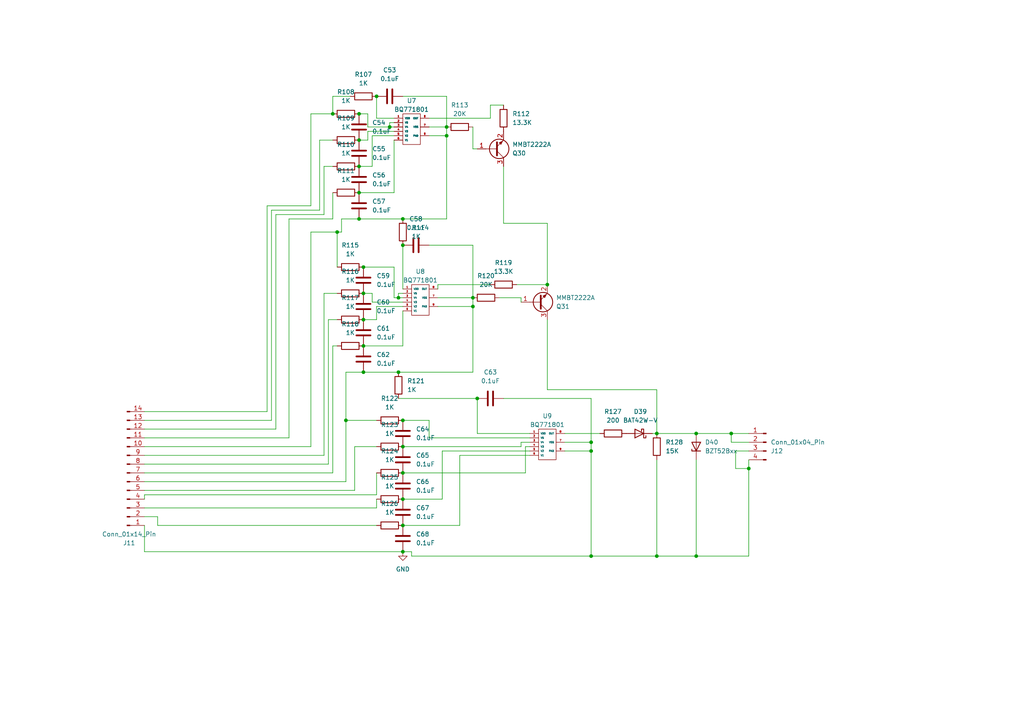
<source format=kicad_sch>
(kicad_sch
	(version 20250114)
	(generator "eeschema")
	(generator_version "9.0")
	(uuid "036dbfd7-9a5d-4142-961a-d988080963da")
	(paper "A4")
	(lib_symbols
		(symbol "BQ7694003:BQ7718"
			(exclude_from_sim no)
			(in_bom yes)
			(on_board yes)
			(property "Reference" "U"
				(at 4.826 -6.604 0)
				(effects
					(font
						(size 1.27 1.27)
					)
				)
			)
			(property "Value" ""
				(at 0 0 0)
				(effects
					(font
						(size 1.27 1.27)
					)
				)
			)
			(property "Footprint" ""
				(at 0 0 0)
				(effects
					(font
						(size 1.27 1.27)
					)
					(hide yes)
				)
			)
			(property "Datasheet" ""
				(at 0 0 0)
				(effects
					(font
						(size 1.27 1.27)
					)
					(hide yes)
				)
			)
			(property "Description" ""
				(at 0 0 0)
				(effects
					(font
						(size 1.27 1.27)
					)
					(hide yes)
				)
			)
			(symbol "BQ7718_0_1"
				(rectangle
					(start -2.54 2.54)
					(end 2.54 -6.35)
					(stroke
						(width 0)
						(type default)
					)
					(fill
						(type none)
					)
				)
			)
			(symbol "BQ7718_1_1"
				(pin input line
					(at -5.08 1.27 0)
					(length 2.54)
					(name "VDD"
						(effects
							(font
								(size 0.508 0.508)
							)
						)
					)
					(number "1"
						(effects
							(font
								(size 0.508 0.508)
							)
						)
					)
				)
				(pin input line
					(at -5.08 0 0)
					(length 2.54)
					(name "V5"
						(effects
							(font
								(size 0.508 0.508)
							)
						)
					)
					(number "2"
						(effects
							(font
								(size 0.508 0.508)
							)
						)
					)
				)
				(pin input line
					(at -5.08 -1.27 0)
					(length 2.54)
					(name "V4"
						(effects
							(font
								(size 0.508 0.508)
							)
						)
					)
					(number "3"
						(effects
							(font
								(size 0.508 0.508)
							)
						)
					)
				)
				(pin input line
					(at -5.08 -2.54 0)
					(length 2.54)
					(name "V3"
						(effects
							(font
								(size 0.508 0.508)
							)
						)
					)
					(number "4"
						(effects
							(font
								(size 0.508 0.508)
							)
						)
					)
				)
				(pin input line
					(at -5.08 -3.81 0)
					(length 2.54)
					(name "V2"
						(effects
							(font
								(size 0.508 0.508)
							)
						)
					)
					(number "5"
						(effects
							(font
								(size 0.508 0.508)
							)
						)
					)
				)
				(pin input line
					(at -5.08 -5.08 0)
					(length 2.54)
					(name "V1"
						(effects
							(font
								(size 0.508 0.508)
							)
						)
					)
					(number "6"
						(effects
							(font
								(size 0.508 0.508)
							)
						)
					)
				)
				(pin output line
					(at 5.08 1.27 180)
					(length 2.54)
					(name "OUT"
						(effects
							(font
								(size 0.508 0.508)
							)
						)
					)
					(number "8"
						(effects
							(font
								(size 0.508 0.508)
							)
						)
					)
				)
				(pin input line
					(at 5.08 -1.27 180)
					(length 2.54)
					(name "VSS"
						(effects
							(font
								(size 0.508 0.508)
							)
						)
					)
					(number "7"
						(effects
							(font
								(size 0.508 0.508)
							)
						)
					)
				)
				(pin input line
					(at 5.08 -3.81 180)
					(length 2.54)
					(name "PAD"
						(effects
							(font
								(size 0.508 0.508)
							)
						)
					)
					(number "9"
						(effects
							(font
								(size 0.508 0.508)
							)
						)
					)
				)
			)
			(embedded_fonts no)
		)
		(symbol "Connector:Conn_01x04_Pin"
			(pin_names
				(offset 1.016)
				(hide yes)
			)
			(exclude_from_sim no)
			(in_bom yes)
			(on_board yes)
			(property "Reference" "J"
				(at 0 5.08 0)
				(effects
					(font
						(size 1.27 1.27)
					)
				)
			)
			(property "Value" "Conn_01x04_Pin"
				(at 0 -7.62 0)
				(effects
					(font
						(size 1.27 1.27)
					)
				)
			)
			(property "Footprint" ""
				(at 0 0 0)
				(effects
					(font
						(size 1.27 1.27)
					)
					(hide yes)
				)
			)
			(property "Datasheet" "~"
				(at 0 0 0)
				(effects
					(font
						(size 1.27 1.27)
					)
					(hide yes)
				)
			)
			(property "Description" "Generic connector, single row, 01x04, script generated"
				(at 0 0 0)
				(effects
					(font
						(size 1.27 1.27)
					)
					(hide yes)
				)
			)
			(property "ki_locked" ""
				(at 0 0 0)
				(effects
					(font
						(size 1.27 1.27)
					)
				)
			)
			(property "ki_keywords" "connector"
				(at 0 0 0)
				(effects
					(font
						(size 1.27 1.27)
					)
					(hide yes)
				)
			)
			(property "ki_fp_filters" "Connector*:*_1x??_*"
				(at 0 0 0)
				(effects
					(font
						(size 1.27 1.27)
					)
					(hide yes)
				)
			)
			(symbol "Conn_01x04_Pin_1_1"
				(rectangle
					(start 0.8636 2.667)
					(end 0 2.413)
					(stroke
						(width 0.1524)
						(type default)
					)
					(fill
						(type outline)
					)
				)
				(rectangle
					(start 0.8636 0.127)
					(end 0 -0.127)
					(stroke
						(width 0.1524)
						(type default)
					)
					(fill
						(type outline)
					)
				)
				(rectangle
					(start 0.8636 -2.413)
					(end 0 -2.667)
					(stroke
						(width 0.1524)
						(type default)
					)
					(fill
						(type outline)
					)
				)
				(rectangle
					(start 0.8636 -4.953)
					(end 0 -5.207)
					(stroke
						(width 0.1524)
						(type default)
					)
					(fill
						(type outline)
					)
				)
				(polyline
					(pts
						(xy 1.27 2.54) (xy 0.8636 2.54)
					)
					(stroke
						(width 0.1524)
						(type default)
					)
					(fill
						(type none)
					)
				)
				(polyline
					(pts
						(xy 1.27 0) (xy 0.8636 0)
					)
					(stroke
						(width 0.1524)
						(type default)
					)
					(fill
						(type none)
					)
				)
				(polyline
					(pts
						(xy 1.27 -2.54) (xy 0.8636 -2.54)
					)
					(stroke
						(width 0.1524)
						(type default)
					)
					(fill
						(type none)
					)
				)
				(polyline
					(pts
						(xy 1.27 -5.08) (xy 0.8636 -5.08)
					)
					(stroke
						(width 0.1524)
						(type default)
					)
					(fill
						(type none)
					)
				)
				(pin passive line
					(at 5.08 2.54 180)
					(length 3.81)
					(name "Pin_1"
						(effects
							(font
								(size 1.27 1.27)
							)
						)
					)
					(number "1"
						(effects
							(font
								(size 1.27 1.27)
							)
						)
					)
				)
				(pin passive line
					(at 5.08 0 180)
					(length 3.81)
					(name "Pin_2"
						(effects
							(font
								(size 1.27 1.27)
							)
						)
					)
					(number "2"
						(effects
							(font
								(size 1.27 1.27)
							)
						)
					)
				)
				(pin passive line
					(at 5.08 -2.54 180)
					(length 3.81)
					(name "Pin_3"
						(effects
							(font
								(size 1.27 1.27)
							)
						)
					)
					(number "3"
						(effects
							(font
								(size 1.27 1.27)
							)
						)
					)
				)
				(pin passive line
					(at 5.08 -5.08 180)
					(length 3.81)
					(name "Pin_4"
						(effects
							(font
								(size 1.27 1.27)
							)
						)
					)
					(number "4"
						(effects
							(font
								(size 1.27 1.27)
							)
						)
					)
				)
			)
			(embedded_fonts no)
		)
		(symbol "Connector:Conn_01x14_Pin"
			(pin_names
				(offset 1.016)
				(hide yes)
			)
			(exclude_from_sim no)
			(in_bom yes)
			(on_board yes)
			(property "Reference" "J"
				(at 0 17.78 0)
				(effects
					(font
						(size 1.27 1.27)
					)
				)
			)
			(property "Value" "Conn_01x14_Pin"
				(at 0 -20.32 0)
				(effects
					(font
						(size 1.27 1.27)
					)
				)
			)
			(property "Footprint" ""
				(at 0 0 0)
				(effects
					(font
						(size 1.27 1.27)
					)
					(hide yes)
				)
			)
			(property "Datasheet" "~"
				(at 0 0 0)
				(effects
					(font
						(size 1.27 1.27)
					)
					(hide yes)
				)
			)
			(property "Description" "Generic connector, single row, 01x14, script generated"
				(at 0 0 0)
				(effects
					(font
						(size 1.27 1.27)
					)
					(hide yes)
				)
			)
			(property "ki_locked" ""
				(at 0 0 0)
				(effects
					(font
						(size 1.27 1.27)
					)
				)
			)
			(property "ki_keywords" "connector"
				(at 0 0 0)
				(effects
					(font
						(size 1.27 1.27)
					)
					(hide yes)
				)
			)
			(property "ki_fp_filters" "Connector*:*_1x??_*"
				(at 0 0 0)
				(effects
					(font
						(size 1.27 1.27)
					)
					(hide yes)
				)
			)
			(symbol "Conn_01x14_Pin_1_1"
				(rectangle
					(start 0.8636 15.367)
					(end 0 15.113)
					(stroke
						(width 0.1524)
						(type default)
					)
					(fill
						(type outline)
					)
				)
				(rectangle
					(start 0.8636 12.827)
					(end 0 12.573)
					(stroke
						(width 0.1524)
						(type default)
					)
					(fill
						(type outline)
					)
				)
				(rectangle
					(start 0.8636 10.287)
					(end 0 10.033)
					(stroke
						(width 0.1524)
						(type default)
					)
					(fill
						(type outline)
					)
				)
				(rectangle
					(start 0.8636 7.747)
					(end 0 7.493)
					(stroke
						(width 0.1524)
						(type default)
					)
					(fill
						(type outline)
					)
				)
				(rectangle
					(start 0.8636 5.207)
					(end 0 4.953)
					(stroke
						(width 0.1524)
						(type default)
					)
					(fill
						(type outline)
					)
				)
				(rectangle
					(start 0.8636 2.667)
					(end 0 2.413)
					(stroke
						(width 0.1524)
						(type default)
					)
					(fill
						(type outline)
					)
				)
				(rectangle
					(start 0.8636 0.127)
					(end 0 -0.127)
					(stroke
						(width 0.1524)
						(type default)
					)
					(fill
						(type outline)
					)
				)
				(rectangle
					(start 0.8636 -2.413)
					(end 0 -2.667)
					(stroke
						(width 0.1524)
						(type default)
					)
					(fill
						(type outline)
					)
				)
				(rectangle
					(start 0.8636 -4.953)
					(end 0 -5.207)
					(stroke
						(width 0.1524)
						(type default)
					)
					(fill
						(type outline)
					)
				)
				(rectangle
					(start 0.8636 -7.493)
					(end 0 -7.747)
					(stroke
						(width 0.1524)
						(type default)
					)
					(fill
						(type outline)
					)
				)
				(rectangle
					(start 0.8636 -10.033)
					(end 0 -10.287)
					(stroke
						(width 0.1524)
						(type default)
					)
					(fill
						(type outline)
					)
				)
				(rectangle
					(start 0.8636 -12.573)
					(end 0 -12.827)
					(stroke
						(width 0.1524)
						(type default)
					)
					(fill
						(type outline)
					)
				)
				(rectangle
					(start 0.8636 -15.113)
					(end 0 -15.367)
					(stroke
						(width 0.1524)
						(type default)
					)
					(fill
						(type outline)
					)
				)
				(rectangle
					(start 0.8636 -17.653)
					(end 0 -17.907)
					(stroke
						(width 0.1524)
						(type default)
					)
					(fill
						(type outline)
					)
				)
				(polyline
					(pts
						(xy 1.27 15.24) (xy 0.8636 15.24)
					)
					(stroke
						(width 0.1524)
						(type default)
					)
					(fill
						(type none)
					)
				)
				(polyline
					(pts
						(xy 1.27 12.7) (xy 0.8636 12.7)
					)
					(stroke
						(width 0.1524)
						(type default)
					)
					(fill
						(type none)
					)
				)
				(polyline
					(pts
						(xy 1.27 10.16) (xy 0.8636 10.16)
					)
					(stroke
						(width 0.1524)
						(type default)
					)
					(fill
						(type none)
					)
				)
				(polyline
					(pts
						(xy 1.27 7.62) (xy 0.8636 7.62)
					)
					(stroke
						(width 0.1524)
						(type default)
					)
					(fill
						(type none)
					)
				)
				(polyline
					(pts
						(xy 1.27 5.08) (xy 0.8636 5.08)
					)
					(stroke
						(width 0.1524)
						(type default)
					)
					(fill
						(type none)
					)
				)
				(polyline
					(pts
						(xy 1.27 2.54) (xy 0.8636 2.54)
					)
					(stroke
						(width 0.1524)
						(type default)
					)
					(fill
						(type none)
					)
				)
				(polyline
					(pts
						(xy 1.27 0) (xy 0.8636 0)
					)
					(stroke
						(width 0.1524)
						(type default)
					)
					(fill
						(type none)
					)
				)
				(polyline
					(pts
						(xy 1.27 -2.54) (xy 0.8636 -2.54)
					)
					(stroke
						(width 0.1524)
						(type default)
					)
					(fill
						(type none)
					)
				)
				(polyline
					(pts
						(xy 1.27 -5.08) (xy 0.8636 -5.08)
					)
					(stroke
						(width 0.1524)
						(type default)
					)
					(fill
						(type none)
					)
				)
				(polyline
					(pts
						(xy 1.27 -7.62) (xy 0.8636 -7.62)
					)
					(stroke
						(width 0.1524)
						(type default)
					)
					(fill
						(type none)
					)
				)
				(polyline
					(pts
						(xy 1.27 -10.16) (xy 0.8636 -10.16)
					)
					(stroke
						(width 0.1524)
						(type default)
					)
					(fill
						(type none)
					)
				)
				(polyline
					(pts
						(xy 1.27 -12.7) (xy 0.8636 -12.7)
					)
					(stroke
						(width 0.1524)
						(type default)
					)
					(fill
						(type none)
					)
				)
				(polyline
					(pts
						(xy 1.27 -15.24) (xy 0.8636 -15.24)
					)
					(stroke
						(width 0.1524)
						(type default)
					)
					(fill
						(type none)
					)
				)
				(polyline
					(pts
						(xy 1.27 -17.78) (xy 0.8636 -17.78)
					)
					(stroke
						(width 0.1524)
						(type default)
					)
					(fill
						(type none)
					)
				)
				(pin passive line
					(at 5.08 15.24 180)
					(length 3.81)
					(name "Pin_1"
						(effects
							(font
								(size 1.27 1.27)
							)
						)
					)
					(number "1"
						(effects
							(font
								(size 1.27 1.27)
							)
						)
					)
				)
				(pin passive line
					(at 5.08 12.7 180)
					(length 3.81)
					(name "Pin_2"
						(effects
							(font
								(size 1.27 1.27)
							)
						)
					)
					(number "2"
						(effects
							(font
								(size 1.27 1.27)
							)
						)
					)
				)
				(pin passive line
					(at 5.08 10.16 180)
					(length 3.81)
					(name "Pin_3"
						(effects
							(font
								(size 1.27 1.27)
							)
						)
					)
					(number "3"
						(effects
							(font
								(size 1.27 1.27)
							)
						)
					)
				)
				(pin passive line
					(at 5.08 7.62 180)
					(length 3.81)
					(name "Pin_4"
						(effects
							(font
								(size 1.27 1.27)
							)
						)
					)
					(number "4"
						(effects
							(font
								(size 1.27 1.27)
							)
						)
					)
				)
				(pin passive line
					(at 5.08 5.08 180)
					(length 3.81)
					(name "Pin_5"
						(effects
							(font
								(size 1.27 1.27)
							)
						)
					)
					(number "5"
						(effects
							(font
								(size 1.27 1.27)
							)
						)
					)
				)
				(pin passive line
					(at 5.08 2.54 180)
					(length 3.81)
					(name "Pin_6"
						(effects
							(font
								(size 1.27 1.27)
							)
						)
					)
					(number "6"
						(effects
							(font
								(size 1.27 1.27)
							)
						)
					)
				)
				(pin passive line
					(at 5.08 0 180)
					(length 3.81)
					(name "Pin_7"
						(effects
							(font
								(size 1.27 1.27)
							)
						)
					)
					(number "7"
						(effects
							(font
								(size 1.27 1.27)
							)
						)
					)
				)
				(pin passive line
					(at 5.08 -2.54 180)
					(length 3.81)
					(name "Pin_8"
						(effects
							(font
								(size 1.27 1.27)
							)
						)
					)
					(number "8"
						(effects
							(font
								(size 1.27 1.27)
							)
						)
					)
				)
				(pin passive line
					(at 5.08 -5.08 180)
					(length 3.81)
					(name "Pin_9"
						(effects
							(font
								(size 1.27 1.27)
							)
						)
					)
					(number "9"
						(effects
							(font
								(size 1.27 1.27)
							)
						)
					)
				)
				(pin passive line
					(at 5.08 -7.62 180)
					(length 3.81)
					(name "Pin_10"
						(effects
							(font
								(size 1.27 1.27)
							)
						)
					)
					(number "10"
						(effects
							(font
								(size 1.27 1.27)
							)
						)
					)
				)
				(pin passive line
					(at 5.08 -10.16 180)
					(length 3.81)
					(name "Pin_11"
						(effects
							(font
								(size 1.27 1.27)
							)
						)
					)
					(number "11"
						(effects
							(font
								(size 1.27 1.27)
							)
						)
					)
				)
				(pin passive line
					(at 5.08 -12.7 180)
					(length 3.81)
					(name "Pin_12"
						(effects
							(font
								(size 1.27 1.27)
							)
						)
					)
					(number "12"
						(effects
							(font
								(size 1.27 1.27)
							)
						)
					)
				)
				(pin passive line
					(at 5.08 -15.24 180)
					(length 3.81)
					(name "Pin_13"
						(effects
							(font
								(size 1.27 1.27)
							)
						)
					)
					(number "13"
						(effects
							(font
								(size 1.27 1.27)
							)
						)
					)
				)
				(pin passive line
					(at 5.08 -17.78 180)
					(length 3.81)
					(name "Pin_14"
						(effects
							(font
								(size 1.27 1.27)
							)
						)
					)
					(number "14"
						(effects
							(font
								(size 1.27 1.27)
							)
						)
					)
				)
			)
			(embedded_fonts no)
		)
		(symbol "Device:C"
			(pin_numbers
				(hide yes)
			)
			(pin_names
				(offset 0.254)
			)
			(exclude_from_sim no)
			(in_bom yes)
			(on_board yes)
			(property "Reference" "C"
				(at 0.635 2.54 0)
				(effects
					(font
						(size 1.27 1.27)
					)
					(justify left)
				)
			)
			(property "Value" "C"
				(at 0.635 -2.54 0)
				(effects
					(font
						(size 1.27 1.27)
					)
					(justify left)
				)
			)
			(property "Footprint" ""
				(at 0.9652 -3.81 0)
				(effects
					(font
						(size 1.27 1.27)
					)
					(hide yes)
				)
			)
			(property "Datasheet" "~"
				(at 0 0 0)
				(effects
					(font
						(size 1.27 1.27)
					)
					(hide yes)
				)
			)
			(property "Description" "Unpolarized capacitor"
				(at 0 0 0)
				(effects
					(font
						(size 1.27 1.27)
					)
					(hide yes)
				)
			)
			(property "ki_keywords" "cap capacitor"
				(at 0 0 0)
				(effects
					(font
						(size 1.27 1.27)
					)
					(hide yes)
				)
			)
			(property "ki_fp_filters" "C_*"
				(at 0 0 0)
				(effects
					(font
						(size 1.27 1.27)
					)
					(hide yes)
				)
			)
			(symbol "C_0_1"
				(polyline
					(pts
						(xy -2.032 0.762) (xy 2.032 0.762)
					)
					(stroke
						(width 0.508)
						(type default)
					)
					(fill
						(type none)
					)
				)
				(polyline
					(pts
						(xy -2.032 -0.762) (xy 2.032 -0.762)
					)
					(stroke
						(width 0.508)
						(type default)
					)
					(fill
						(type none)
					)
				)
			)
			(symbol "C_1_1"
				(pin passive line
					(at 0 3.81 270)
					(length 2.794)
					(name "~"
						(effects
							(font
								(size 1.27 1.27)
							)
						)
					)
					(number "1"
						(effects
							(font
								(size 1.27 1.27)
							)
						)
					)
				)
				(pin passive line
					(at 0 -3.81 90)
					(length 2.794)
					(name "~"
						(effects
							(font
								(size 1.27 1.27)
							)
						)
					)
					(number "2"
						(effects
							(font
								(size 1.27 1.27)
							)
						)
					)
				)
			)
			(embedded_fonts no)
		)
		(symbol "Device:R"
			(pin_numbers
				(hide yes)
			)
			(pin_names
				(offset 0)
			)
			(exclude_from_sim no)
			(in_bom yes)
			(on_board yes)
			(property "Reference" "R"
				(at 2.032 0 90)
				(effects
					(font
						(size 1.27 1.27)
					)
				)
			)
			(property "Value" "R"
				(at 0 0 90)
				(effects
					(font
						(size 1.27 1.27)
					)
				)
			)
			(property "Footprint" ""
				(at -1.778 0 90)
				(effects
					(font
						(size 1.27 1.27)
					)
					(hide yes)
				)
			)
			(property "Datasheet" "~"
				(at 0 0 0)
				(effects
					(font
						(size 1.27 1.27)
					)
					(hide yes)
				)
			)
			(property "Description" "Resistor"
				(at 0 0 0)
				(effects
					(font
						(size 1.27 1.27)
					)
					(hide yes)
				)
			)
			(property "ki_keywords" "R res resistor"
				(at 0 0 0)
				(effects
					(font
						(size 1.27 1.27)
					)
					(hide yes)
				)
			)
			(property "ki_fp_filters" "R_*"
				(at 0 0 0)
				(effects
					(font
						(size 1.27 1.27)
					)
					(hide yes)
				)
			)
			(symbol "R_0_1"
				(rectangle
					(start -1.016 -2.54)
					(end 1.016 2.54)
					(stroke
						(width 0.254)
						(type default)
					)
					(fill
						(type none)
					)
				)
			)
			(symbol "R_1_1"
				(pin passive line
					(at 0 3.81 270)
					(length 1.27)
					(name "~"
						(effects
							(font
								(size 1.27 1.27)
							)
						)
					)
					(number "1"
						(effects
							(font
								(size 1.27 1.27)
							)
						)
					)
				)
				(pin passive line
					(at 0 -3.81 90)
					(length 1.27)
					(name "~"
						(effects
							(font
								(size 1.27 1.27)
							)
						)
					)
					(number "2"
						(effects
							(font
								(size 1.27 1.27)
							)
						)
					)
				)
			)
			(embedded_fonts no)
		)
		(symbol "Diode:BAT42W-V"
			(pin_numbers
				(hide yes)
			)
			(pin_names
				(offset 1.016)
				(hide yes)
			)
			(exclude_from_sim no)
			(in_bom yes)
			(on_board yes)
			(property "Reference" "D"
				(at 0 2.54 0)
				(effects
					(font
						(size 1.27 1.27)
					)
				)
			)
			(property "Value" "BAT42W-V"
				(at 0 -2.54 0)
				(effects
					(font
						(size 1.27 1.27)
					)
				)
			)
			(property "Footprint" "Diode_SMD:D_SOD-123"
				(at 0 -4.445 0)
				(effects
					(font
						(size 1.27 1.27)
					)
					(hide yes)
				)
			)
			(property "Datasheet" "http://www.vishay.com/docs/85660/bat42.pdf"
				(at 0 0 0)
				(effects
					(font
						(size 1.27 1.27)
					)
					(hide yes)
				)
			)
			(property "Description" "30V 0.2A Small Signal Schottky diode, SOD-123"
				(at 0 0 0)
				(effects
					(font
						(size 1.27 1.27)
					)
					(hide yes)
				)
			)
			(property "ki_keywords" "diode Schottky"
				(at 0 0 0)
				(effects
					(font
						(size 1.27 1.27)
					)
					(hide yes)
				)
			)
			(property "ki_fp_filters" "D*SOD?123*"
				(at 0 0 0)
				(effects
					(font
						(size 1.27 1.27)
					)
					(hide yes)
				)
			)
			(symbol "BAT42W-V_0_1"
				(polyline
					(pts
						(xy -1.905 0.635) (xy -1.905 1.27) (xy -1.27 1.27) (xy -1.27 -1.27) (xy -0.635 -1.27) (xy -0.635 -0.635)
					)
					(stroke
						(width 0.254)
						(type default)
					)
					(fill
						(type none)
					)
				)
				(polyline
					(pts
						(xy 1.27 1.27) (xy 1.27 -1.27) (xy -1.27 0) (xy 1.27 1.27)
					)
					(stroke
						(width 0.254)
						(type default)
					)
					(fill
						(type none)
					)
				)
				(polyline
					(pts
						(xy 1.27 0) (xy -1.27 0)
					)
					(stroke
						(width 0)
						(type default)
					)
					(fill
						(type none)
					)
				)
			)
			(symbol "BAT42W-V_1_1"
				(pin passive line
					(at -3.81 0 0)
					(length 2.54)
					(name "K"
						(effects
							(font
								(size 1.27 1.27)
							)
						)
					)
					(number "1"
						(effects
							(font
								(size 1.27 1.27)
							)
						)
					)
				)
				(pin passive line
					(at 3.81 0 180)
					(length 2.54)
					(name "A"
						(effects
							(font
								(size 1.27 1.27)
							)
						)
					)
					(number "2"
						(effects
							(font
								(size 1.27 1.27)
							)
						)
					)
				)
			)
			(embedded_fonts no)
		)
		(symbol "Diode:BZT52Bxx"
			(pin_numbers
				(hide yes)
			)
			(pin_names
				(hide yes)
			)
			(exclude_from_sim no)
			(in_bom yes)
			(on_board yes)
			(property "Reference" "D"
				(at 0 2.54 0)
				(effects
					(font
						(size 1.27 1.27)
					)
				)
			)
			(property "Value" "BZT52Bxx"
				(at 0 -2.54 0)
				(effects
					(font
						(size 1.27 1.27)
					)
				)
			)
			(property "Footprint" "Diode_SMD:D_SOD-123F"
				(at 0 -4.445 0)
				(effects
					(font
						(size 1.27 1.27)
					)
					(hide yes)
				)
			)
			(property "Datasheet" "https://diotec.com/tl_files/diotec/files/pdf/datasheets/bzt52b2v4.pdf"
				(at 0 0 0)
				(effects
					(font
						(size 1.27 1.27)
					)
					(hide yes)
				)
			)
			(property "Description" "500mW Zener Diode, SOD-123F"
				(at 0 0 0)
				(effects
					(font
						(size 1.27 1.27)
					)
					(hide yes)
				)
			)
			(property "ki_keywords" "zener diode"
				(at 0 0 0)
				(effects
					(font
						(size 1.27 1.27)
					)
					(hide yes)
				)
			)
			(property "ki_fp_filters" "D?SOD?123F*"
				(at 0 0 0)
				(effects
					(font
						(size 1.27 1.27)
					)
					(hide yes)
				)
			)
			(symbol "BZT52Bxx_0_1"
				(polyline
					(pts
						(xy -1.27 -1.27) (xy -1.27 1.27) (xy -0.762 1.27)
					)
					(stroke
						(width 0.254)
						(type default)
					)
					(fill
						(type none)
					)
				)
				(polyline
					(pts
						(xy 1.27 0) (xy -1.27 0)
					)
					(stroke
						(width 0)
						(type default)
					)
					(fill
						(type none)
					)
				)
				(polyline
					(pts
						(xy 1.27 -1.27) (xy 1.27 1.27) (xy -1.27 0) (xy 1.27 -1.27)
					)
					(stroke
						(width 0.254)
						(type default)
					)
					(fill
						(type none)
					)
				)
			)
			(symbol "BZT52Bxx_1_1"
				(pin passive line
					(at -3.81 0 0)
					(length 2.54)
					(name "K"
						(effects
							(font
								(size 1.27 1.27)
							)
						)
					)
					(number "1"
						(effects
							(font
								(size 1.27 1.27)
							)
						)
					)
				)
				(pin passive line
					(at 3.81 0 180)
					(length 2.54)
					(name "A"
						(effects
							(font
								(size 1.27 1.27)
							)
						)
					)
					(number "2"
						(effects
							(font
								(size 1.27 1.27)
							)
						)
					)
				)
			)
			(embedded_fonts no)
		)
		(symbol "Transistor_BJT:MMBT2222A"
			(pin_names
				(offset 0)
				(hide yes)
			)
			(exclude_from_sim no)
			(in_bom yes)
			(on_board yes)
			(property "Reference" "Q"
				(at 5.08 1.905 0)
				(effects
					(font
						(size 1.27 1.27)
					)
					(justify left)
				)
			)
			(property "Value" "MMBT2222A"
				(at 5.08 0 0)
				(effects
					(font
						(size 1.27 1.27)
					)
					(justify left)
				)
			)
			(property "Footprint" "Package_TO_SOT_SMD:SOT-23"
				(at 5.08 -1.905 0)
				(effects
					(font
						(size 1.27 1.27)
						(italic yes)
					)
					(justify left)
					(hide yes)
				)
			)
			(property "Datasheet" "https://assets.nexperia.com/documents/data-sheet/MMBT2222A.pdf"
				(at 0 0 0)
				(effects
					(font
						(size 1.27 1.27)
					)
					(justify left)
					(hide yes)
				)
			)
			(property "Description" "600mA Ic, 40V Vce, NPN Transistor, SOT-23"
				(at 0 0 0)
				(effects
					(font
						(size 1.27 1.27)
					)
					(hide yes)
				)
			)
			(property "ki_keywords" "NPN Transistor"
				(at 0 0 0)
				(effects
					(font
						(size 1.27 1.27)
					)
					(hide yes)
				)
			)
			(property "ki_fp_filters" "SOT?23*"
				(at 0 0 0)
				(effects
					(font
						(size 1.27 1.27)
					)
					(hide yes)
				)
			)
			(symbol "MMBT2222A_0_1"
				(polyline
					(pts
						(xy -2.54 0) (xy 0.635 0)
					)
					(stroke
						(width 0)
						(type default)
					)
					(fill
						(type none)
					)
				)
				(polyline
					(pts
						(xy 0.635 1.905) (xy 0.635 -1.905)
					)
					(stroke
						(width 0.508)
						(type default)
					)
					(fill
						(type none)
					)
				)
				(circle
					(center 1.27 0)
					(radius 2.8194)
					(stroke
						(width 0.254)
						(type default)
					)
					(fill
						(type none)
					)
				)
			)
			(symbol "MMBT2222A_1_1"
				(polyline
					(pts
						(xy 0.635 0.635) (xy 2.54 2.54)
					)
					(stroke
						(width 0)
						(type default)
					)
					(fill
						(type none)
					)
				)
				(polyline
					(pts
						(xy 0.635 -0.635) (xy 2.54 -2.54)
					)
					(stroke
						(width 0)
						(type default)
					)
					(fill
						(type none)
					)
				)
				(polyline
					(pts
						(xy 1.27 -1.778) (xy 1.778 -1.27) (xy 2.286 -2.286) (xy 1.27 -1.778)
					)
					(stroke
						(width 0)
						(type default)
					)
					(fill
						(type outline)
					)
				)
				(pin input line
					(at -5.08 0 0)
					(length 2.54)
					(name "B"
						(effects
							(font
								(size 1.27 1.27)
							)
						)
					)
					(number "1"
						(effects
							(font
								(size 1.27 1.27)
							)
						)
					)
				)
				(pin passive line
					(at 2.54 5.08 270)
					(length 2.54)
					(name "C"
						(effects
							(font
								(size 1.27 1.27)
							)
						)
					)
					(number "3"
						(effects
							(font
								(size 1.27 1.27)
							)
						)
					)
				)
				(pin passive line
					(at 2.54 -5.08 90)
					(length 2.54)
					(name "E"
						(effects
							(font
								(size 1.27 1.27)
							)
						)
					)
					(number "2"
						(effects
							(font
								(size 1.27 1.27)
							)
						)
					)
				)
			)
			(embedded_fonts no)
		)
		(symbol "power:GND"
			(power)
			(pin_numbers
				(hide yes)
			)
			(pin_names
				(offset 0)
				(hide yes)
			)
			(exclude_from_sim no)
			(in_bom yes)
			(on_board yes)
			(property "Reference" "#PWR"
				(at 0 -6.35 0)
				(effects
					(font
						(size 1.27 1.27)
					)
					(hide yes)
				)
			)
			(property "Value" "GND"
				(at 0 -3.81 0)
				(effects
					(font
						(size 1.27 1.27)
					)
				)
			)
			(property "Footprint" ""
				(at 0 0 0)
				(effects
					(font
						(size 1.27 1.27)
					)
					(hide yes)
				)
			)
			(property "Datasheet" ""
				(at 0 0 0)
				(effects
					(font
						(size 1.27 1.27)
					)
					(hide yes)
				)
			)
			(property "Description" "Power symbol creates a global label with name \"GND\" , ground"
				(at 0 0 0)
				(effects
					(font
						(size 1.27 1.27)
					)
					(hide yes)
				)
			)
			(property "ki_keywords" "global power"
				(at 0 0 0)
				(effects
					(font
						(size 1.27 1.27)
					)
					(hide yes)
				)
			)
			(symbol "GND_0_1"
				(polyline
					(pts
						(xy 0 0) (xy 0 -1.27) (xy 1.27 -1.27) (xy 0 -2.54) (xy -1.27 -1.27) (xy 0 -1.27)
					)
					(stroke
						(width 0)
						(type default)
					)
					(fill
						(type none)
					)
				)
			)
			(symbol "GND_1_1"
				(pin power_in line
					(at 0 0 270)
					(length 0)
					(name "~"
						(effects
							(font
								(size 1.27 1.27)
							)
						)
					)
					(number "1"
						(effects
							(font
								(size 1.27 1.27)
							)
						)
					)
				)
			)
			(embedded_fonts no)
		)
	)
	(junction
		(at 96.52 33.02)
		(diameter 0)
		(color 0 0 0 0)
		(uuid "06a7a896-5d5e-49b9-8db4-e61b0814f250")
	)
	(junction
		(at 104.14 33.02)
		(diameter 0)
		(color 0 0 0 0)
		(uuid "07be7865-ed0b-47da-b7e4-5a525de3e5fd")
	)
	(junction
		(at 116.84 129.54)
		(diameter 0)
		(color 0 0 0 0)
		(uuid "09366fbd-845c-4e3e-8c78-2193dd93066c")
	)
	(junction
		(at 104.14 48.26)
		(diameter 0)
		(color 0 0 0 0)
		(uuid "10a97658-d447-436f-9a23-c1d1cb2a6391")
	)
	(junction
		(at 190.5 161.29)
		(diameter 0)
		(color 0 0 0 0)
		(uuid "1764ccb3-e416-4d03-8afb-97ab3ab8fdb3")
	)
	(junction
		(at 115.57 86.36)
		(diameter 0)
		(color 0 0 0 0)
		(uuid "1ceed399-5292-4c7c-96aa-26fb937fb237")
	)
	(junction
		(at 104.14 55.88)
		(diameter 0)
		(color 0 0 0 0)
		(uuid "1fe31d6b-1307-411a-83de-dfdd5f0d6bf0")
	)
	(junction
		(at 217.17 135.89)
		(diameter 0)
		(color 0 0 0 0)
		(uuid "221337bf-496e-4205-94e3-334e22b2fd24")
	)
	(junction
		(at 116.84 71.12)
		(diameter 0)
		(color 0 0 0 0)
		(uuid "2cfc3b8f-8427-4be2-ac59-ea81852530b1")
	)
	(junction
		(at 116.84 144.78)
		(diameter 0)
		(color 0 0 0 0)
		(uuid "33736f39-3520-4631-8439-19a43dff4c06")
	)
	(junction
		(at 171.45 128.27)
		(diameter 0)
		(color 0 0 0 0)
		(uuid "33e10eab-850b-4544-a16f-efdfec86b423")
	)
	(junction
		(at 116.84 160.02)
		(diameter 0)
		(color 0 0 0 0)
		(uuid "40153cac-7d7f-498f-8187-f15c3d9d7f69")
	)
	(junction
		(at 104.14 40.64)
		(diameter 0)
		(color 0 0 0 0)
		(uuid "494e508f-35e0-4e13-85ca-73ffea837024")
	)
	(junction
		(at 116.84 152.4)
		(diameter 0)
		(color 0 0 0 0)
		(uuid "4c14a9db-15cd-4fbc-9d27-896323d9efcc")
	)
	(junction
		(at 137.16 86.36)
		(diameter 0)
		(color 0 0 0 0)
		(uuid "576341cb-cba8-4988-9d77-e19cd7a290d8")
	)
	(junction
		(at 190.5 125.73)
		(diameter 0)
		(color 0 0 0 0)
		(uuid "5906b4ee-3a16-4bb5-933e-df6f2b7113ee")
	)
	(junction
		(at 104.14 63.5)
		(diameter 0)
		(color 0 0 0 0)
		(uuid "613d97e8-0eac-41e7-9d34-274f941b5ac3")
	)
	(junction
		(at 115.57 107.95)
		(diameter 0)
		(color 0 0 0 0)
		(uuid "6ff84a51-d781-48cf-a717-1e8f38367813")
	)
	(junction
		(at 100.33 121.92)
		(diameter 0)
		(color 0 0 0 0)
		(uuid "72210f43-9981-49ce-93f4-a6a367587ff3")
	)
	(junction
		(at 137.16 88.9)
		(diameter 0)
		(color 0 0 0 0)
		(uuid "72ccaff1-4f63-4077-b582-3235f6686238")
	)
	(junction
		(at 212.09 125.73)
		(diameter 0)
		(color 0 0 0 0)
		(uuid "76ab58c5-9b57-4721-a979-4a8b84a569f3")
	)
	(junction
		(at 158.75 82.55)
		(diameter 0)
		(color 0 0 0 0)
		(uuid "7ab9dbef-f732-434a-adc6-2d3ece66f132")
	)
	(junction
		(at 116.84 137.16)
		(diameter 0)
		(color 0 0 0 0)
		(uuid "89427798-eb5e-4aa7-94f8-400a95a74d2a")
	)
	(junction
		(at 105.41 85.09)
		(diameter 0)
		(color 0 0 0 0)
		(uuid "8ea1ec3c-d43d-447d-a062-5cd402352410")
	)
	(junction
		(at 97.79 67.31)
		(diameter 0)
		(color 0 0 0 0)
		(uuid "8fca09ff-6fbd-431f-8713-a08084b51d5d")
	)
	(junction
		(at 113.03 36.83)
		(diameter 0)
		(color 0 0 0 0)
		(uuid "90a2d38b-83ba-4125-9c6f-efab7b3fc461")
	)
	(junction
		(at 201.93 161.29)
		(diameter 0)
		(color 0 0 0 0)
		(uuid "96899a7a-0903-44b8-b00a-9c5b2f56e949")
	)
	(junction
		(at 105.41 92.71)
		(diameter 0)
		(color 0 0 0 0)
		(uuid "9ec13d1d-3741-47c0-abfb-6368007aab3a")
	)
	(junction
		(at 105.41 107.95)
		(diameter 0)
		(color 0 0 0 0)
		(uuid "ad8285fc-7fa0-459b-90a9-8e7bd447f14d")
	)
	(junction
		(at 116.84 121.92)
		(diameter 0)
		(color 0 0 0 0)
		(uuid "ae832e2c-ac45-46c0-a644-3977536d3f6b")
	)
	(junction
		(at 129.54 36.83)
		(diameter 0)
		(color 0 0 0 0)
		(uuid "bfb71bbf-eab3-431e-85d6-4109e692b688")
	)
	(junction
		(at 138.43 115.57)
		(diameter 0)
		(color 0 0 0 0)
		(uuid "c2ab2d09-05aa-40a0-aeab-5fe5f3d76fb8")
	)
	(junction
		(at 116.84 63.5)
		(diameter 0)
		(color 0 0 0 0)
		(uuid "cc2299b8-14ef-4996-bc80-c78a751c6405")
	)
	(junction
		(at 201.93 125.73)
		(diameter 0)
		(color 0 0 0 0)
		(uuid "d1024006-5dfe-4612-9a80-302cbb5f462f")
	)
	(junction
		(at 171.45 130.81)
		(diameter 0)
		(color 0 0 0 0)
		(uuid "e137278d-b322-44f9-8e7a-de3f90ddfc5f")
	)
	(junction
		(at 129.54 39.37)
		(diameter 0)
		(color 0 0 0 0)
		(uuid "e48ea9a4-9b77-4306-a9d1-920197b0f6a2")
	)
	(junction
		(at 105.41 77.47)
		(diameter 0)
		(color 0 0 0 0)
		(uuid "f1e5a22f-d14c-4fb5-a111-f5ac911a8660")
	)
	(junction
		(at 109.22 27.94)
		(diameter 0)
		(color 0 0 0 0)
		(uuid "f88aa6e1-039f-41d2-9703-c07e63cf91ab")
	)
	(junction
		(at 171.45 161.29)
		(diameter 0)
		(color 0 0 0 0)
		(uuid "f9435477-0965-4fb4-acba-df35b19863a0")
	)
	(junction
		(at 105.41 100.33)
		(diameter 0)
		(color 0 0 0 0)
		(uuid "fdabf359-acec-47e6-86da-c7a50bd6cb47")
	)
	(wire
		(pts
			(xy 116.84 137.16) (xy 152.4 137.16)
		)
		(stroke
			(width 0)
			(type default)
		)
		(uuid "00a23312-125b-497f-a97d-31d1e49af879")
	)
	(wire
		(pts
			(xy 80.01 62.23) (xy 93.98 62.23)
		)
		(stroke
			(width 0)
			(type default)
		)
		(uuid "00b78641-c1f0-4fec-93fb-9e6c886aecb4")
	)
	(wire
		(pts
			(xy 93.98 85.09) (xy 93.98 132.08)
		)
		(stroke
			(width 0)
			(type default)
		)
		(uuid "0389bc33-99db-4af0-b4ba-493b9a670648")
	)
	(wire
		(pts
			(xy 114.3 86.36) (xy 115.57 86.36)
		)
		(stroke
			(width 0)
			(type default)
		)
		(uuid "08099f99-2ed3-46f8-80a8-46172403c070")
	)
	(wire
		(pts
			(xy 116.84 90.17) (xy 116.84 100.33)
		)
		(stroke
			(width 0)
			(type default)
		)
		(uuid "098bfd9f-104a-4c66-a016-00d0cce61bce")
	)
	(wire
		(pts
			(xy 158.75 113.03) (xy 190.5 113.03)
		)
		(stroke
			(width 0)
			(type default)
		)
		(uuid "09fd5803-2b55-46fc-88c5-e61a1363f9ca")
	)
	(wire
		(pts
			(xy 114.3 38.1) (xy 106.68 38.1)
		)
		(stroke
			(width 0)
			(type default)
		)
		(uuid "0b7653b0-35c2-41c4-9150-2a28a586033b")
	)
	(wire
		(pts
			(xy 137.16 43.18) (xy 138.43 43.18)
		)
		(stroke
			(width 0)
			(type default)
		)
		(uuid "0dc328f5-12b4-41b4-94e9-d2580050755d")
	)
	(wire
		(pts
			(xy 116.84 71.12) (xy 116.84 83.82)
		)
		(stroke
			(width 0)
			(type default)
		)
		(uuid "106159f0-a6e7-4638-8b3e-d632d6ac83cd")
	)
	(wire
		(pts
			(xy 153.67 125.73) (xy 138.43 125.73)
		)
		(stroke
			(width 0)
			(type default)
		)
		(uuid "114ef04b-9e91-46ed-8f27-17423da57b59")
	)
	(wire
		(pts
			(xy 217.17 133.35) (xy 217.17 135.89)
		)
		(stroke
			(width 0)
			(type default)
		)
		(uuid "18893cde-87e1-4cf9-8585-bb75d4d5bea3")
	)
	(wire
		(pts
			(xy 96.52 63.5) (xy 83.82 63.5)
		)
		(stroke
			(width 0)
			(type default)
		)
		(uuid "19799ee9-4ce1-4da5-bd4c-cf312c6761e0")
	)
	(wire
		(pts
			(xy 163.83 130.81) (xy 171.45 130.81)
		)
		(stroke
			(width 0)
			(type default)
		)
		(uuid "1b22b0ae-94dc-4081-9fc9-41b99d854208")
	)
	(wire
		(pts
			(xy 83.82 63.5) (xy 83.82 127)
		)
		(stroke
			(width 0)
			(type default)
		)
		(uuid "1f213602-ccb2-403b-8cb9-04d67a213cc1")
	)
	(wire
		(pts
			(xy 201.93 161.29) (xy 190.5 161.29)
		)
		(stroke
			(width 0)
			(type default)
		)
		(uuid "1fefed85-f593-4728-854e-1dbf001afb87")
	)
	(wire
		(pts
			(xy 96.52 40.64) (xy 92.71 40.64)
		)
		(stroke
			(width 0)
			(type default)
		)
		(uuid "233ef182-ef35-4d54-a68e-26f6713bd22f")
	)
	(wire
		(pts
			(xy 96.52 55.88) (xy 96.52 63.5)
		)
		(stroke
			(width 0)
			(type default)
		)
		(uuid "252f6ac7-febc-423d-990d-b78c4d2e1913")
	)
	(wire
		(pts
			(xy 124.46 127) (xy 124.46 121.92)
		)
		(stroke
			(width 0)
			(type default)
		)
		(uuid "26bd729e-1547-43c0-b5eb-2c04b173a4a0")
	)
	(wire
		(pts
			(xy 217.17 161.29) (xy 201.93 161.29)
		)
		(stroke
			(width 0)
			(type default)
		)
		(uuid "2711018f-94d6-458c-b515-d8f838774f63")
	)
	(wire
		(pts
			(xy 93.98 48.26) (xy 93.98 62.23)
		)
		(stroke
			(width 0)
			(type default)
		)
		(uuid "2c47a6fa-ea7d-40c4-887a-0b8224fb68c9")
	)
	(wire
		(pts
			(xy 217.17 128.27) (xy 212.09 128.27)
		)
		(stroke
			(width 0)
			(type default)
		)
		(uuid "2c53a35e-48f5-4364-a545-52465459a076")
	)
	(wire
		(pts
			(xy 41.91 134.62) (xy 95.25 134.62)
		)
		(stroke
			(width 0)
			(type default)
		)
		(uuid "2d253bbf-3c1d-42c0-93bb-04a5ed0d6864")
	)
	(wire
		(pts
			(xy 95.25 92.71) (xy 95.25 134.62)
		)
		(stroke
			(width 0)
			(type default)
		)
		(uuid "2da0567a-3307-47fd-bf4d-9563b24be988")
	)
	(wire
		(pts
			(xy 153.67 130.81) (xy 128.27 130.81)
		)
		(stroke
			(width 0)
			(type default)
		)
		(uuid "2ff4c88d-8c25-445b-90a3-09fb83eddb13")
	)
	(wire
		(pts
			(xy 100.33 121.92) (xy 100.33 139.7)
		)
		(stroke
			(width 0)
			(type default)
		)
		(uuid "329b903c-9f3e-4e57-be76-c6d27b04df87")
	)
	(wire
		(pts
			(xy 96.52 48.26) (xy 93.98 48.26)
		)
		(stroke
			(width 0)
			(type default)
		)
		(uuid "34fb8fff-a0fb-4b04-8f3c-371a06e8d322")
	)
	(wire
		(pts
			(xy 137.16 71.12) (xy 137.16 86.36)
		)
		(stroke
			(width 0)
			(type default)
		)
		(uuid "36463507-f6d0-4cc8-bc11-14f2fd02a5d4")
	)
	(wire
		(pts
			(xy 138.43 115.57) (xy 115.57 115.57)
		)
		(stroke
			(width 0)
			(type default)
		)
		(uuid "3770c979-40c1-43da-a81c-11e866d66bc0")
	)
	(wire
		(pts
			(xy 116.84 88.9) (xy 109.22 88.9)
		)
		(stroke
			(width 0)
			(type default)
		)
		(uuid "379852b1-f719-4823-b6fc-0eecc7e4b1f6")
	)
	(wire
		(pts
			(xy 119.38 161.29) (xy 119.38 160.02)
		)
		(stroke
			(width 0)
			(type default)
		)
		(uuid "37e8c6c9-2124-4081-aeb6-96e08f95baa2")
	)
	(wire
		(pts
			(xy 115.57 86.36) (xy 116.84 86.36)
		)
		(stroke
			(width 0)
			(type default)
		)
		(uuid "37ed23f5-06ac-4568-8137-eaf9504c2978")
	)
	(wire
		(pts
			(xy 137.16 36.83) (xy 137.16 43.18)
		)
		(stroke
			(width 0)
			(type default)
		)
		(uuid "386e4c07-c659-447b-9aab-7f476cbcab1a")
	)
	(wire
		(pts
			(xy 146.05 115.57) (xy 171.45 115.57)
		)
		(stroke
			(width 0)
			(type default)
		)
		(uuid "39a63572-e95d-48b4-87e8-400ef2cd3cbc")
	)
	(wire
		(pts
			(xy 153.67 132.08) (xy 133.35 132.08)
		)
		(stroke
			(width 0)
			(type default)
		)
		(uuid "39fa3738-e3b0-4187-9209-59b8eaf17704")
	)
	(wire
		(pts
			(xy 116.84 160.02) (xy 119.38 160.02)
		)
		(stroke
			(width 0)
			(type default)
		)
		(uuid "3b12b7ff-9121-43fe-a5b9-08b8ca4e5845")
	)
	(wire
		(pts
			(xy 107.95 39.37) (xy 107.95 48.26)
		)
		(stroke
			(width 0)
			(type default)
		)
		(uuid "3b21104d-2cb9-4e7e-9902-dd8da81c7b5b")
	)
	(wire
		(pts
			(xy 129.54 27.94) (xy 129.54 36.83)
		)
		(stroke
			(width 0)
			(type default)
		)
		(uuid "3b3ff535-83b2-492a-b99a-f25a25542638")
	)
	(wire
		(pts
			(xy 127 86.36) (xy 137.16 86.36)
		)
		(stroke
			(width 0)
			(type default)
		)
		(uuid "3b821095-1699-4992-ac79-e2507cce27be")
	)
	(wire
		(pts
			(xy 109.22 143.51) (xy 41.91 143.51)
		)
		(stroke
			(width 0)
			(type default)
		)
		(uuid "3bc77f66-84ac-4f40-9961-f78c43e8bb77")
	)
	(wire
		(pts
			(xy 171.45 130.81) (xy 171.45 161.29)
		)
		(stroke
			(width 0)
			(type default)
		)
		(uuid "3c0f31d2-792c-43c5-aa6b-5f977284bae9")
	)
	(wire
		(pts
			(xy 116.84 87.63) (xy 107.95 87.63)
		)
		(stroke
			(width 0)
			(type default)
		)
		(uuid "3ca25aec-b64b-4d94-a43a-0b7b2f38f700")
	)
	(wire
		(pts
			(xy 109.22 147.32) (xy 41.91 147.32)
		)
		(stroke
			(width 0)
			(type default)
		)
		(uuid "3cf19408-6a1d-447e-ba65-3eb19fd749af")
	)
	(wire
		(pts
			(xy 217.17 130.81) (xy 213.36 130.81)
		)
		(stroke
			(width 0)
			(type default)
		)
		(uuid "3d5f85c0-3324-45cc-8b14-353fc9633822")
	)
	(wire
		(pts
			(xy 212.09 125.73) (xy 217.17 125.73)
		)
		(stroke
			(width 0)
			(type default)
		)
		(uuid "3e953217-cb8e-40c5-819e-a88c9459df5e")
	)
	(wire
		(pts
			(xy 41.91 160.02) (xy 116.84 160.02)
		)
		(stroke
			(width 0)
			(type default)
		)
		(uuid "3ee5a74b-c197-4b39-8c03-36eecc62c9cf")
	)
	(wire
		(pts
			(xy 107.95 85.09) (xy 105.41 85.09)
		)
		(stroke
			(width 0)
			(type default)
		)
		(uuid "3f553f1a-48ca-4a34-b413-161c106f5432")
	)
	(wire
		(pts
			(xy 90.17 59.69) (xy 77.47 59.69)
		)
		(stroke
			(width 0)
			(type default)
		)
		(uuid "40eb779f-2fcf-4869-bc81-0c9650c625af")
	)
	(wire
		(pts
			(xy 106.68 36.83) (xy 106.68 33.02)
		)
		(stroke
			(width 0)
			(type default)
		)
		(uuid "4178d187-2e96-4c7e-aa49-e15c36286333")
	)
	(wire
		(pts
			(xy 109.22 34.29) (xy 114.3 34.29)
		)
		(stroke
			(width 0)
			(type default)
		)
		(uuid "458c8ba4-ca87-4fa3-8a9f-ee5a02cb509c")
	)
	(wire
		(pts
			(xy 158.75 92.71) (xy 158.75 113.03)
		)
		(stroke
			(width 0)
			(type default)
		)
		(uuid "46940d30-81f6-48b3-a67f-f966a65052c0")
	)
	(wire
		(pts
			(xy 116.84 129.54) (xy 151.13 129.54)
		)
		(stroke
			(width 0)
			(type default)
		)
		(uuid "47c6130b-130a-45b6-ae98-fc23451524a5")
	)
	(wire
		(pts
			(xy 124.46 34.29) (xy 142.24 34.29)
		)
		(stroke
			(width 0)
			(type default)
		)
		(uuid "4882a476-7ac0-4e63-b96a-d3c5f3298214")
	)
	(wire
		(pts
			(xy 115.57 107.95) (xy 105.41 107.95)
		)
		(stroke
			(width 0)
			(type default)
		)
		(uuid "48b68166-c243-4020-a302-7435cfdf8f1d")
	)
	(wire
		(pts
			(xy 116.84 27.94) (xy 129.54 27.94)
		)
		(stroke
			(width 0)
			(type default)
		)
		(uuid "48e61885-afe0-4d44-a9a9-fde2fb0854af")
	)
	(wire
		(pts
			(xy 190.5 161.29) (xy 171.45 161.29)
		)
		(stroke
			(width 0)
			(type default)
		)
		(uuid "4ab2d9b0-936f-4e97-af65-328a4cf4d306")
	)
	(wire
		(pts
			(xy 146.05 64.77) (xy 158.75 64.77)
		)
		(stroke
			(width 0)
			(type default)
		)
		(uuid "4ad504f3-c88c-45b2-af7e-06fb88421a11")
	)
	(wire
		(pts
			(xy 96.52 100.33) (xy 96.52 137.16)
		)
		(stroke
			(width 0)
			(type default)
		)
		(uuid "4c9fba29-6ef5-4a0c-8d02-13bf9cc322fc")
	)
	(wire
		(pts
			(xy 213.36 130.81) (xy 213.36 135.89)
		)
		(stroke
			(width 0)
			(type default)
		)
		(uuid "4fe6bd67-a376-459e-a28a-9f243ed19c42")
	)
	(wire
		(pts
			(xy 96.52 27.94) (xy 96.52 33.02)
		)
		(stroke
			(width 0)
			(type default)
		)
		(uuid "549688a0-724e-42fe-b630-abb4e24a4e64")
	)
	(wire
		(pts
			(xy 114.3 39.37) (xy 107.95 39.37)
		)
		(stroke
			(width 0)
			(type default)
		)
		(uuid "55adc0a7-ac70-4fcc-9598-46b99156cd37")
	)
	(wire
		(pts
			(xy 142.24 82.55) (xy 127 82.55)
		)
		(stroke
			(width 0)
			(type default)
		)
		(uuid "57c5f617-3b7d-48bb-99e5-a0483e52cef4")
	)
	(wire
		(pts
			(xy 99.06 63.5) (xy 99.06 67.31)
		)
		(stroke
			(width 0)
			(type default)
		)
		(uuid "597fe2ab-12eb-4b21-a2f2-267a3c581fdf")
	)
	(wire
		(pts
			(xy 109.22 92.71) (xy 105.41 92.71)
		)
		(stroke
			(width 0)
			(type default)
		)
		(uuid "5a202929-b6c6-41a4-bfb3-012785aae6aa")
	)
	(wire
		(pts
			(xy 100.33 139.7) (xy 41.91 139.7)
		)
		(stroke
			(width 0)
			(type default)
		)
		(uuid "5c308509-9faa-4953-b3ac-cbf49b92e30c")
	)
	(wire
		(pts
			(xy 41.91 127) (xy 83.82 127)
		)
		(stroke
			(width 0)
			(type default)
		)
		(uuid "5c77c2d3-24c1-497e-9ccf-9295428562cb")
	)
	(wire
		(pts
			(xy 146.05 48.26) (xy 146.05 64.77)
		)
		(stroke
			(width 0)
			(type default)
		)
		(uuid "5cc36f1c-7e80-4ea5-b254-ae9ced3abe16")
	)
	(wire
		(pts
			(xy 114.3 40.64) (xy 114.3 55.88)
		)
		(stroke
			(width 0)
			(type default)
		)
		(uuid "5d0d1599-ce69-4bad-b2af-d8bc7fe94093")
	)
	(wire
		(pts
			(xy 109.22 137.16) (xy 109.22 143.51)
		)
		(stroke
			(width 0)
			(type default)
		)
		(uuid "5d9bebee-6cb7-4977-9271-8dde6d679368")
	)
	(wire
		(pts
			(xy 114.3 55.88) (xy 104.14 55.88)
		)
		(stroke
			(width 0)
			(type default)
		)
		(uuid "5f06893a-5d0c-4e87-9726-675c3e6adddb")
	)
	(wire
		(pts
			(xy 128.27 144.78) (xy 116.84 144.78)
		)
		(stroke
			(width 0)
			(type default)
		)
		(uuid "627d9379-ae60-4c63-8612-862b3a4716a8")
	)
	(wire
		(pts
			(xy 101.6 27.94) (xy 96.52 27.94)
		)
		(stroke
			(width 0)
			(type default)
		)
		(uuid "683b09e2-bdf4-414b-94b4-d76c44bbc84e")
	)
	(wire
		(pts
			(xy 106.68 38.1) (xy 106.68 40.64)
		)
		(stroke
			(width 0)
			(type default)
		)
		(uuid "684a0f17-1c44-4e1b-b072-6d8b725034ac")
	)
	(wire
		(pts
			(xy 92.71 60.96) (xy 78.74 60.96)
		)
		(stroke
			(width 0)
			(type default)
		)
		(uuid "69c3aa40-859d-4d5a-b356-52c32a512c4a")
	)
	(wire
		(pts
			(xy 90.17 67.31) (xy 90.17 129.54)
		)
		(stroke
			(width 0)
			(type default)
		)
		(uuid "69e84e16-b375-4a2a-a11e-b33d2c0370b5")
	)
	(wire
		(pts
			(xy 114.3 77.47) (xy 114.3 86.36)
		)
		(stroke
			(width 0)
			(type default)
		)
		(uuid "6a5b0c63-9872-4cd7-9959-8a0b118db00a")
	)
	(wire
		(pts
			(xy 104.14 63.5) (xy 99.06 63.5)
		)
		(stroke
			(width 0)
			(type default)
		)
		(uuid "6ae1025c-da1a-4d99-be3f-5845573a4ee8")
	)
	(wire
		(pts
			(xy 153.67 127) (xy 124.46 127)
		)
		(stroke
			(width 0)
			(type default)
		)
		(uuid "6b3097ce-b473-4004-8f21-cc4250d878d8")
	)
	(wire
		(pts
			(xy 104.14 63.5) (xy 116.84 63.5)
		)
		(stroke
			(width 0)
			(type default)
		)
		(uuid "6bb53ceb-b4ba-468d-9018-c4552c28cc67")
	)
	(wire
		(pts
			(xy 78.74 60.96) (xy 78.74 121.92)
		)
		(stroke
			(width 0)
			(type default)
		)
		(uuid "6d68468c-be92-427a-b821-bfcc1abf7c26")
	)
	(wire
		(pts
			(xy 113.03 35.56) (xy 113.03 36.83)
		)
		(stroke
			(width 0)
			(type default)
		)
		(uuid "6f55b3bd-b973-49e8-beb4-7edc2e25c5e1")
	)
	(wire
		(pts
			(xy 41.91 124.46) (xy 80.01 124.46)
		)
		(stroke
			(width 0)
			(type default)
		)
		(uuid "6f6cecbe-80d2-421d-b3f9-02da8c931295")
	)
	(wire
		(pts
			(xy 128.27 130.81) (xy 128.27 144.78)
		)
		(stroke
			(width 0)
			(type default)
		)
		(uuid "6fb9e0a3-969d-4e0f-9682-1716719b402f")
	)
	(wire
		(pts
			(xy 90.17 33.02) (xy 90.17 59.69)
		)
		(stroke
			(width 0)
			(type default)
		)
		(uuid "6fbd4b19-eae4-4388-862d-e5a6730ca0b9")
	)
	(wire
		(pts
			(xy 97.79 92.71) (xy 95.25 92.71)
		)
		(stroke
			(width 0)
			(type default)
		)
		(uuid "70863ff1-ce99-4c38-87aa-6626430f3a1b")
	)
	(wire
		(pts
			(xy 142.24 30.48) (xy 146.05 30.48)
		)
		(stroke
			(width 0)
			(type default)
		)
		(uuid "71835564-8d83-4e8e-ad20-434c8a1d3369")
	)
	(wire
		(pts
			(xy 171.45 128.27) (xy 171.45 130.81)
		)
		(stroke
			(width 0)
			(type default)
		)
		(uuid "71e76461-d3b9-4015-a16a-85faedc879d2")
	)
	(wire
		(pts
			(xy 151.13 128.27) (xy 153.67 128.27)
		)
		(stroke
			(width 0)
			(type default)
		)
		(uuid "72e0e0d5-aefb-4b44-b29a-ca6f7c0931ea")
	)
	(wire
		(pts
			(xy 171.45 161.29) (xy 119.38 161.29)
		)
		(stroke
			(width 0)
			(type default)
		)
		(uuid "758176ca-7ab6-45f9-bf87-e8008cbc4e94")
	)
	(wire
		(pts
			(xy 109.22 152.4) (xy 45.72 152.4)
		)
		(stroke
			(width 0)
			(type default)
		)
		(uuid "7914c97d-40a7-4349-8cf8-ac8c63fc5f65")
	)
	(wire
		(pts
			(xy 129.54 39.37) (xy 129.54 63.5)
		)
		(stroke
			(width 0)
			(type default)
		)
		(uuid "791e9989-52eb-448c-b76e-4f4c9718ffbe")
	)
	(wire
		(pts
			(xy 212.09 128.27) (xy 212.09 125.73)
		)
		(stroke
			(width 0)
			(type default)
		)
		(uuid "79dfc948-a51f-4ef0-8aba-01589097a05f")
	)
	(wire
		(pts
			(xy 107.95 87.63) (xy 107.95 85.09)
		)
		(stroke
			(width 0)
			(type default)
		)
		(uuid "7adb5050-b116-4648-a590-258dd49d05c6")
	)
	(wire
		(pts
			(xy 113.03 36.83) (xy 106.68 36.83)
		)
		(stroke
			(width 0)
			(type default)
		)
		(uuid "7af156d3-9e2c-4a91-a645-2369bc316ac8")
	)
	(wire
		(pts
			(xy 190.5 113.03) (xy 190.5 125.73)
		)
		(stroke
			(width 0)
			(type default)
		)
		(uuid "7c18c60b-3d82-4168-bba3-6028f23e8ca7")
	)
	(wire
		(pts
			(xy 41.91 143.51) (xy 41.91 144.78)
		)
		(stroke
			(width 0)
			(type default)
		)
		(uuid "7c4a434b-b948-442f-b779-173cda07812f")
	)
	(wire
		(pts
			(xy 217.17 135.89) (xy 217.17 161.29)
		)
		(stroke
			(width 0)
			(type default)
		)
		(uuid "7f863788-b757-4173-b26d-553d865da6f1")
	)
	(wire
		(pts
			(xy 97.79 100.33) (xy 96.52 100.33)
		)
		(stroke
			(width 0)
			(type default)
		)
		(uuid "80654752-d465-4a64-a2e0-bda56e4c1941")
	)
	(wire
		(pts
			(xy 137.16 88.9) (xy 137.16 107.95)
		)
		(stroke
			(width 0)
			(type default)
		)
		(uuid "8111dde0-0512-4b4b-868d-a0b62145a1bf")
	)
	(wire
		(pts
			(xy 158.75 64.77) (xy 158.75 82.55)
		)
		(stroke
			(width 0)
			(type default)
		)
		(uuid "8118b708-c597-43b0-b0ae-eddff8d361b4")
	)
	(wire
		(pts
			(xy 77.47 59.69) (xy 77.47 119.38)
		)
		(stroke
			(width 0)
			(type default)
		)
		(uuid "81f2b92c-8afd-41e0-b047-48619308b02e")
	)
	(wire
		(pts
			(xy 137.16 86.36) (xy 137.16 88.9)
		)
		(stroke
			(width 0)
			(type default)
		)
		(uuid "838ce7b9-f75f-424f-947e-0716690eec70")
	)
	(wire
		(pts
			(xy 41.91 132.08) (xy 93.98 132.08)
		)
		(stroke
			(width 0)
			(type default)
		)
		(uuid "83aa1966-bc54-4148-b9a6-56a92768f2c5")
	)
	(wire
		(pts
			(xy 137.16 107.95) (xy 115.57 107.95)
		)
		(stroke
			(width 0)
			(type default)
		)
		(uuid "83e1e326-e119-4bac-a26b-3767413123b9")
	)
	(wire
		(pts
			(xy 97.79 77.47) (xy 97.79 67.31)
		)
		(stroke
			(width 0)
			(type default)
		)
		(uuid "86386c5a-e899-479b-a31a-487ad34185c1")
	)
	(wire
		(pts
			(xy 144.78 86.36) (xy 151.13 86.36)
		)
		(stroke
			(width 0)
			(type default)
		)
		(uuid "888b51af-88cf-44b5-963f-08cc289360a3")
	)
	(wire
		(pts
			(xy 100.33 121.92) (xy 109.22 121.92)
		)
		(stroke
			(width 0)
			(type default)
		)
		(uuid "8931962b-8474-47c1-a8be-5b7651f9c842")
	)
	(wire
		(pts
			(xy 41.91 129.54) (xy 90.17 129.54)
		)
		(stroke
			(width 0)
			(type default)
		)
		(uuid "894f3140-f9d2-4a30-9b5d-34b8b0ca12ef")
	)
	(wire
		(pts
			(xy 41.91 149.86) (xy 45.72 149.86)
		)
		(stroke
			(width 0)
			(type default)
		)
		(uuid "8b3ce5ab-cb54-4d00-8726-26769e8388d6")
	)
	(wire
		(pts
			(xy 105.41 77.47) (xy 114.3 77.47)
		)
		(stroke
			(width 0)
			(type default)
		)
		(uuid "8dc29321-ac15-409a-a84f-287afc1b46d8")
	)
	(wire
		(pts
			(xy 116.84 63.5) (xy 129.54 63.5)
		)
		(stroke
			(width 0)
			(type default)
		)
		(uuid "8f1d70b4-7eb8-4fe4-a1a0-2e9ede4238b8")
	)
	(wire
		(pts
			(xy 127 88.9) (xy 137.16 88.9)
		)
		(stroke
			(width 0)
			(type default)
		)
		(uuid "927e0e90-e059-44a6-934d-9a2dbff1dfad")
	)
	(wire
		(pts
			(xy 201.93 125.73) (xy 212.09 125.73)
		)
		(stroke
			(width 0)
			(type default)
		)
		(uuid "92844e5a-d935-4d59-8f94-e6f4a5298aa3")
	)
	(wire
		(pts
			(xy 114.3 35.56) (xy 113.03 35.56)
		)
		(stroke
			(width 0)
			(type default)
		)
		(uuid "9472cfb0-116b-452f-907c-ac1bf2c26700")
	)
	(wire
		(pts
			(xy 152.4 137.16) (xy 152.4 129.54)
		)
		(stroke
			(width 0)
			(type default)
		)
		(uuid "94c4ecbc-6943-48cf-86ca-5d221e764299")
	)
	(wire
		(pts
			(xy 109.22 27.94) (xy 109.22 34.29)
		)
		(stroke
			(width 0)
			(type default)
		)
		(uuid "9543b7f5-515c-4eab-8d82-86b2ac8f90e4")
	)
	(wire
		(pts
			(xy 115.57 85.09) (xy 115.57 86.36)
		)
		(stroke
			(width 0)
			(type default)
		)
		(uuid "9a9e9e79-3da3-469a-bb4d-a0b093bfbb68")
	)
	(wire
		(pts
			(xy 163.83 128.27) (xy 171.45 128.27)
		)
		(stroke
			(width 0)
			(type default)
		)
		(uuid "9adbef9b-18b0-4a0b-93e6-a3a9211b86d0")
	)
	(wire
		(pts
			(xy 116.84 100.33) (xy 105.41 100.33)
		)
		(stroke
			(width 0)
			(type default)
		)
		(uuid "9cb5b3a9-dc73-4566-9aa8-61e7ae944f7a")
	)
	(wire
		(pts
			(xy 104.14 40.64) (xy 106.68 40.64)
		)
		(stroke
			(width 0)
			(type default)
		)
		(uuid "a0a8107f-c526-464e-abfa-f882d2b0ade1")
	)
	(wire
		(pts
			(xy 151.13 86.36) (xy 151.13 87.63)
		)
		(stroke
			(width 0)
			(type default)
		)
		(uuid "a244132e-d3ab-4eaa-925e-9be03e0015b9")
	)
	(wire
		(pts
			(xy 41.91 152.4) (xy 41.91 160.02)
		)
		(stroke
			(width 0)
			(type default)
		)
		(uuid "a3faff21-967e-4d08-9a82-3d313e325dbf")
	)
	(wire
		(pts
			(xy 124.46 39.37) (xy 129.54 39.37)
		)
		(stroke
			(width 0)
			(type default)
		)
		(uuid "a51a04c7-3889-4694-8142-e34c8fc63034")
	)
	(wire
		(pts
			(xy 105.41 107.95) (xy 100.33 107.95)
		)
		(stroke
			(width 0)
			(type default)
		)
		(uuid "a765e137-e508-43b7-a850-1234e1dbe1ce")
	)
	(wire
		(pts
			(xy 142.24 34.29) (xy 142.24 30.48)
		)
		(stroke
			(width 0)
			(type default)
		)
		(uuid "a9ddb9b0-22be-417b-8708-7283bbb1c72d")
	)
	(wire
		(pts
			(xy 190.5 133.35) (xy 190.5 161.29)
		)
		(stroke
			(width 0)
			(type default)
		)
		(uuid "aa2d6a54-c5d5-4374-a000-f7225b3f813e")
	)
	(wire
		(pts
			(xy 138.43 125.73) (xy 138.43 115.57)
		)
		(stroke
			(width 0)
			(type default)
		)
		(uuid "ab33a201-abed-418a-9d64-a6cf3234e4ec")
	)
	(wire
		(pts
			(xy 127 82.55) (xy 127 83.82)
		)
		(stroke
			(width 0)
			(type default)
		)
		(uuid "ab89762b-b87a-4505-8f2a-c829ed258696")
	)
	(wire
		(pts
			(xy 116.84 85.09) (xy 115.57 85.09)
		)
		(stroke
			(width 0)
			(type default)
		)
		(uuid "aba8b4a1-319a-4129-8249-c4bc60423253")
	)
	(wire
		(pts
			(xy 109.22 88.9) (xy 109.22 92.71)
		)
		(stroke
			(width 0)
			(type default)
		)
		(uuid "afd439f5-5c67-436d-8e7a-93a391ace4a8")
	)
	(wire
		(pts
			(xy 97.79 67.31) (xy 90.17 67.31)
		)
		(stroke
			(width 0)
			(type default)
		)
		(uuid "b005b812-075e-4941-bff0-beae24e1f4a6")
	)
	(wire
		(pts
			(xy 116.84 152.4) (xy 133.35 152.4)
		)
		(stroke
			(width 0)
			(type default)
		)
		(uuid "b985a1f1-7021-40d8-b1db-27c0b5b38c5e")
	)
	(wire
		(pts
			(xy 96.52 33.02) (xy 90.17 33.02)
		)
		(stroke
			(width 0)
			(type default)
		)
		(uuid "ba8be7ab-0c0a-4d41-a41a-142a452f3fb9")
	)
	(wire
		(pts
			(xy 104.14 33.02) (xy 106.68 33.02)
		)
		(stroke
			(width 0)
			(type default)
		)
		(uuid "bb54d05c-cfae-4a4a-a737-e22c21cfb4c2")
	)
	(wire
		(pts
			(xy 92.71 40.64) (xy 92.71 60.96)
		)
		(stroke
			(width 0)
			(type default)
		)
		(uuid "bdb583e4-3e60-417b-8417-18cd45183c9c")
	)
	(wire
		(pts
			(xy 78.74 121.92) (xy 41.91 121.92)
		)
		(stroke
			(width 0)
			(type default)
		)
		(uuid "c4da17ca-6c62-4b09-b019-3e889382c8f1")
	)
	(wire
		(pts
			(xy 201.93 133.35) (xy 201.93 161.29)
		)
		(stroke
			(width 0)
			(type default)
		)
		(uuid "c62f543c-49fe-40c2-b570-d45af17814b5")
	)
	(wire
		(pts
			(xy 152.4 129.54) (xy 153.67 129.54)
		)
		(stroke
			(width 0)
			(type default)
		)
		(uuid "c6daf68d-f2b7-4139-8877-b421a585ac52")
	)
	(wire
		(pts
			(xy 129.54 36.83) (xy 129.54 39.37)
		)
		(stroke
			(width 0)
			(type default)
		)
		(uuid "c9de355e-b052-4cc2-b194-4131e8020e0f")
	)
	(wire
		(pts
			(xy 124.46 36.83) (xy 129.54 36.83)
		)
		(stroke
			(width 0)
			(type default)
		)
		(uuid "c9eea183-3f5e-4a68-b36e-75d7f1dad97c")
	)
	(wire
		(pts
			(xy 133.35 132.08) (xy 133.35 152.4)
		)
		(stroke
			(width 0)
			(type default)
		)
		(uuid "cb6d8895-c44e-483c-bb18-2bbc851498cd")
	)
	(wire
		(pts
			(xy 80.01 62.23) (xy 80.01 124.46)
		)
		(stroke
			(width 0)
			(type default)
		)
		(uuid "ccb929a3-cf47-45af-800e-f255ad4192e6")
	)
	(wire
		(pts
			(xy 104.14 48.26) (xy 107.95 48.26)
		)
		(stroke
			(width 0)
			(type default)
		)
		(uuid "d4b56c8a-dbd9-41ae-a318-56ded80b6526")
	)
	(wire
		(pts
			(xy 97.79 85.09) (xy 93.98 85.09)
		)
		(stroke
			(width 0)
			(type default)
		)
		(uuid "d699c7c8-403f-43d5-a56f-cf4e8e3cbe43")
	)
	(wire
		(pts
			(xy 190.5 125.73) (xy 189.23 125.73)
		)
		(stroke
			(width 0)
			(type default)
		)
		(uuid "d7bc3016-e266-4f5e-800b-dd5a5f359bdb")
	)
	(wire
		(pts
			(xy 124.46 71.12) (xy 137.16 71.12)
		)
		(stroke
			(width 0)
			(type default)
		)
		(uuid "d8e0130f-c498-4179-95f0-383cd6635c94")
	)
	(wire
		(pts
			(xy 213.36 135.89) (xy 217.17 135.89)
		)
		(stroke
			(width 0)
			(type default)
		)
		(uuid "dbfe78e2-80ca-45da-82a3-ee369b65ada8")
	)
	(wire
		(pts
			(xy 97.79 67.31) (xy 99.06 67.31)
		)
		(stroke
			(width 0)
			(type default)
		)
		(uuid "dcac016f-843c-480f-850b-8cd5f0d69c72")
	)
	(wire
		(pts
			(xy 109.22 129.54) (xy 102.87 129.54)
		)
		(stroke
			(width 0)
			(type default)
		)
		(uuid "dcc7b6bd-db30-4b12-8a41-78bcaa0bb9b0")
	)
	(wire
		(pts
			(xy 151.13 129.54) (xy 151.13 128.27)
		)
		(stroke
			(width 0)
			(type default)
		)
		(uuid "e03451c0-a5c1-455e-b880-0212975880de")
	)
	(wire
		(pts
			(xy 102.87 129.54) (xy 102.87 142.24)
		)
		(stroke
			(width 0)
			(type default)
		)
		(uuid "e249d41c-a55d-4edb-ab82-59e189d99a4c")
	)
	(wire
		(pts
			(xy 116.84 121.92) (xy 124.46 121.92)
		)
		(stroke
			(width 0)
			(type default)
		)
		(uuid "e49564f0-5230-42a7-b433-804269e98bde")
	)
	(wire
		(pts
			(xy 109.22 144.78) (xy 109.22 147.32)
		)
		(stroke
			(width 0)
			(type default)
		)
		(uuid "e8a5fdc7-2883-4659-9fc1-4a7fe078f1d4")
	)
	(wire
		(pts
			(xy 41.91 137.16) (xy 96.52 137.16)
		)
		(stroke
			(width 0)
			(type default)
		)
		(uuid "e9ec858d-3ba9-46ca-abfb-4854475ffea4")
	)
	(wire
		(pts
			(xy 201.93 125.73) (xy 190.5 125.73)
		)
		(stroke
			(width 0)
			(type default)
		)
		(uuid "ef53d4e8-8721-429c-b5e9-4b4f4b1256cb")
	)
	(wire
		(pts
			(xy 163.83 125.73) (xy 173.99 125.73)
		)
		(stroke
			(width 0)
			(type default)
		)
		(uuid "efcda457-ec32-41fa-952d-fa20f9556813")
	)
	(wire
		(pts
			(xy 114.3 36.83) (xy 113.03 36.83)
		)
		(stroke
			(width 0)
			(type default)
		)
		(uuid "f085b4ea-f93e-43d7-8943-145cae03c7c2")
	)
	(wire
		(pts
			(xy 77.47 119.38) (xy 41.91 119.38)
		)
		(stroke
			(width 0)
			(type default)
		)
		(uuid "f14bf45f-a11c-47e8-959c-4f7274a4f8e4")
	)
	(wire
		(pts
			(xy 171.45 115.57) (xy 171.45 128.27)
		)
		(stroke
			(width 0)
			(type default)
		)
		(uuid "f32b15e7-b690-4a12-956a-f71a09605712")
	)
	(wire
		(pts
			(xy 45.72 152.4) (xy 45.72 149.86)
		)
		(stroke
			(width 0)
			(type default)
		)
		(uuid "f4c272f0-b37d-4f75-89df-f181a1d9b59c")
	)
	(wire
		(pts
			(xy 100.33 107.95) (xy 100.33 121.92)
		)
		(stroke
			(width 0)
			(type default)
		)
		(uuid "f7cd0e62-5d74-4850-9288-b03aa60729d4")
	)
	(wire
		(pts
			(xy 102.87 142.24) (xy 41.91 142.24)
		)
		(stroke
			(width 0)
			(type default)
		)
		(uuid "f8a381b0-0def-480d-a5e0-2742a4c584c5")
	)
	(wire
		(pts
			(xy 149.86 82.55) (xy 158.75 82.55)
		)
		(stroke
			(width 0)
			(type default)
		)
		(uuid "faf112f9-72f9-4a5a-9d7f-5bbf799adb3a")
	)
	(symbol
		(lib_id "Diode:BAT42W-V")
		(at 185.42 125.73 180)
		(unit 1)
		(exclude_from_sim no)
		(in_bom yes)
		(on_board yes)
		(dnp no)
		(fields_autoplaced yes)
		(uuid "02911c41-1f9c-4936-8903-a1bd75461f96")
		(property "Reference" "D39"
			(at 185.7375 119.38 0)
			(effects
				(font
					(size 1.27 1.27)
				)
			)
		)
		(property "Value" "BAT42W-V"
			(at 185.7375 121.92 0)
			(effects
				(font
					(size 1.27 1.27)
				)
			)
		)
		(property "Footprint" "Diode_SMD:D_SOD-123"
			(at 185.42 121.285 0)
			(effects
				(font
					(size 1.27 1.27)
				)
				(hide yes)
			)
		)
		(property "Datasheet" "http://www.vishay.com/docs/85660/bat42.pdf"
			(at 185.42 125.73 0)
			(effects
				(font
					(size 1.27 1.27)
				)
				(hide yes)
			)
		)
		(property "Description" "30V 0.2A Small Signal Schottky diode, SOD-123"
			(at 185.42 125.73 0)
			(effects
				(font
					(size 1.27 1.27)
				)
				(hide yes)
			)
		)
		(pin "2"
			(uuid "0a64c54d-f808-432d-8c08-7a6de92ec1f2")
		)
		(pin "1"
			(uuid "5e505489-9695-4945-bfa4-b4407b7fe832")
		)
		(instances
			(project ""
				(path "/93624266-d033-45b0-a7e3-71c8fb9e1923/2ef66fbd-c44b-46b9-b681-1033b2aab5d4"
					(reference "D39")
					(unit 1)
				)
			)
		)
	)
	(symbol
		(lib_id "Device:R")
		(at 101.6 77.47 90)
		(unit 1)
		(exclude_from_sim no)
		(in_bom yes)
		(on_board yes)
		(dnp no)
		(fields_autoplaced yes)
		(uuid "0326bfa2-4e08-419b-b447-79656cbccc50")
		(property "Reference" "R115"
			(at 101.6 71.12 90)
			(effects
				(font
					(size 1.27 1.27)
				)
			)
		)
		(property "Value" "1K"
			(at 101.6 73.66 90)
			(effects
				(font
					(size 1.27 1.27)
				)
			)
		)
		(property "Footprint" "Library:R_0603_1608Metric_Corrected"
			(at 101.6 79.248 90)
			(effects
				(font
					(size 1.27 1.27)
				)
				(hide yes)
			)
		)
		(property "Datasheet" "~"
			(at 101.6 77.47 0)
			(effects
				(font
					(size 1.27 1.27)
				)
				(hide yes)
			)
		)
		(property "Description" "Resistor"
			(at 101.6 77.47 0)
			(effects
				(font
					(size 1.27 1.27)
				)
				(hide yes)
			)
		)
		(pin "2"
			(uuid "8aabfaff-d9e3-44a1-946b-9a15e679dff9")
		)
		(pin "1"
			(uuid "7fc6462f-f422-4e6b-a659-0b168ad46953")
		)
		(instances
			(project ""
				(path "/93624266-d033-45b0-a7e3-71c8fb9e1923/2ef66fbd-c44b-46b9-b681-1033b2aab5d4"
					(reference "R115")
					(unit 1)
				)
			)
		)
	)
	(symbol
		(lib_id "Device:C")
		(at 105.41 88.9 180)
		(unit 1)
		(exclude_from_sim no)
		(in_bom yes)
		(on_board yes)
		(dnp no)
		(fields_autoplaced yes)
		(uuid "064af4d2-ac91-47fc-aade-f07af52a5202")
		(property "Reference" "C60"
			(at 109.22 87.6299 0)
			(effects
				(font
					(size 1.27 1.27)
				)
				(justify right)
			)
		)
		(property "Value" "0.1uF"
			(at 109.22 90.1699 0)
			(effects
				(font
					(size 1.27 1.27)
				)
				(justify right)
			)
		)
		(property "Footprint" "Library:Capacitor_0603_Fixed_Clean (2)"
			(at 104.4448 85.09 0)
			(effects
				(font
					(size 1.27 1.27)
				)
				(hide yes)
			)
		)
		(property "Datasheet" "~"
			(at 105.41 88.9 0)
			(effects
				(font
					(size 1.27 1.27)
				)
				(hide yes)
			)
		)
		(property "Description" "Unpolarized capacitor"
			(at 105.41 88.9 0)
			(effects
				(font
					(size 1.27 1.27)
				)
				(hide yes)
			)
		)
		(pin "2"
			(uuid "9a439458-7d2e-4075-8c6a-1d644ba34ca1")
		)
		(pin "1"
			(uuid "32b51a5e-b4a2-4a83-b71f-8b86a09b5b32")
		)
		(instances
			(project "TIDA_010030"
				(path "/93624266-d033-45b0-a7e3-71c8fb9e1923/2ef66fbd-c44b-46b9-b681-1033b2aab5d4"
					(reference "C60")
					(unit 1)
				)
			)
		)
	)
	(symbol
		(lib_id "BQ7694003:BQ7718")
		(at 158.75 127 0)
		(unit 1)
		(exclude_from_sim no)
		(in_bom yes)
		(on_board yes)
		(dnp no)
		(fields_autoplaced yes)
		(uuid "06e87e24-17c6-4178-9f84-b8b2609b12f4")
		(property "Reference" "U9"
			(at 158.75 120.65 0)
			(effects
				(font
					(size 1.27 1.27)
				)
			)
		)
		(property "Value" "BQ771801"
			(at 158.75 123.19 0)
			(effects
				(font
					(size 1.27 1.27)
				)
			)
		)
		(property "Footprint" "Library:Custom_U8_with3D"
			(at 158.75 127 0)
			(effects
				(font
					(size 1.27 1.27)
				)
				(hide yes)
			)
		)
		(property "Datasheet" ""
			(at 158.75 127 0)
			(effects
				(font
					(size 1.27 1.27)
				)
				(hide yes)
			)
		)
		(property "Description" ""
			(at 158.75 127 0)
			(effects
				(font
					(size 1.27 1.27)
				)
				(hide yes)
			)
		)
		(pin "8"
			(uuid "75faedd3-f2b5-4a59-8bb2-d60aaa208fd1")
		)
		(pin "9"
			(uuid "ed548e97-8972-4ef7-83ad-2e75876ca9bb")
		)
		(pin "4"
			(uuid "26a523cb-a931-4469-a404-a5134c2415f0")
		)
		(pin "6"
			(uuid "af52685b-1718-42d6-a473-84b68f231ccf")
		)
		(pin "3"
			(uuid "478392d1-7f84-4224-8e90-27867509a72e")
		)
		(pin "2"
			(uuid "221173f7-e863-4626-b71d-57e364779e1a")
		)
		(pin "1"
			(uuid "ebf46c93-8ed0-4977-9935-b1568ab378ea")
		)
		(pin "7"
			(uuid "4a259dde-8e7f-4787-8ba5-59fc32c1287b")
		)
		(pin "5"
			(uuid "8d419771-97a8-4faa-ad5a-11229a219e6c")
		)
		(instances
			(project ""
				(path "/93624266-d033-45b0-a7e3-71c8fb9e1923/2ef66fbd-c44b-46b9-b681-1033b2aab5d4"
					(reference "U9")
					(unit 1)
				)
			)
		)
	)
	(symbol
		(lib_id "Device:R")
		(at 113.03 121.92 90)
		(unit 1)
		(exclude_from_sim no)
		(in_bom yes)
		(on_board yes)
		(dnp no)
		(fields_autoplaced yes)
		(uuid "0d1bb252-7fd0-4e50-8c1c-72f896f412aa")
		(property "Reference" "R122"
			(at 113.03 115.57 90)
			(effects
				(font
					(size 1.27 1.27)
				)
			)
		)
		(property "Value" "1K"
			(at 113.03 118.11 90)
			(effects
				(font
					(size 1.27 1.27)
				)
			)
		)
		(property "Footprint" "Library:R_0603_1608Metric_Corrected"
			(at 113.03 123.698 90)
			(effects
				(font
					(size 1.27 1.27)
				)
				(hide yes)
			)
		)
		(property "Datasheet" "~"
			(at 113.03 121.92 0)
			(effects
				(font
					(size 1.27 1.27)
				)
				(hide yes)
			)
		)
		(property "Description" "Resistor"
			(at 113.03 121.92 0)
			(effects
				(font
					(size 1.27 1.27)
				)
				(hide yes)
			)
		)
		(pin "1"
			(uuid "ecdfc558-c162-46d1-b065-73625a7aead3")
		)
		(pin "2"
			(uuid "f64265c3-44db-42f3-9a5e-4a7b9cdc1e96")
		)
		(instances
			(project "TIDA_010030"
				(path "/93624266-d033-45b0-a7e3-71c8fb9e1923/2ef66fbd-c44b-46b9-b681-1033b2aab5d4"
					(reference "R122")
					(unit 1)
				)
			)
		)
	)
	(symbol
		(lib_id "Device:R")
		(at 133.35 36.83 90)
		(unit 1)
		(exclude_from_sim no)
		(in_bom yes)
		(on_board yes)
		(dnp no)
		(fields_autoplaced yes)
		(uuid "11e19aee-07ac-4025-be74-1a31de867164")
		(property "Reference" "R113"
			(at 133.35 30.48 90)
			(effects
				(font
					(size 1.27 1.27)
				)
			)
		)
		(property "Value" "20K"
			(at 133.35 33.02 90)
			(effects
				(font
					(size 1.27 1.27)
				)
			)
		)
		(property "Footprint" "Library:R_0603_1608Metric_Corrected"
			(at 133.35 38.608 90)
			(effects
				(font
					(size 1.27 1.27)
				)
				(hide yes)
			)
		)
		(property "Datasheet" "~"
			(at 133.35 36.83 0)
			(effects
				(font
					(size 1.27 1.27)
				)
				(hide yes)
			)
		)
		(property "Description" "Resistor"
			(at 133.35 36.83 0)
			(effects
				(font
					(size 1.27 1.27)
				)
				(hide yes)
			)
		)
		(pin "1"
			(uuid "bb4036b3-4189-4da1-9774-2fff1029da63")
		)
		(pin "2"
			(uuid "aba7adc9-4b6b-4082-b22c-bc53fc95a5de")
		)
		(instances
			(project ""
				(path "/93624266-d033-45b0-a7e3-71c8fb9e1923/2ef66fbd-c44b-46b9-b681-1033b2aab5d4"
					(reference "R113")
					(unit 1)
				)
			)
		)
	)
	(symbol
		(lib_id "Device:R")
		(at 100.33 40.64 90)
		(unit 1)
		(exclude_from_sim no)
		(in_bom yes)
		(on_board yes)
		(dnp no)
		(fields_autoplaced yes)
		(uuid "146e012e-32f0-4263-9170-c995e1a3550d")
		(property "Reference" "R109"
			(at 100.33 34.29 90)
			(effects
				(font
					(size 1.27 1.27)
				)
			)
		)
		(property "Value" "1K"
			(at 100.33 36.83 90)
			(effects
				(font
					(size 1.27 1.27)
				)
			)
		)
		(property "Footprint" "Library:R_0603_1608Metric_Corrected"
			(at 100.33 42.418 90)
			(effects
				(font
					(size 1.27 1.27)
				)
				(hide yes)
			)
		)
		(property "Datasheet" "~"
			(at 100.33 40.64 0)
			(effects
				(font
					(size 1.27 1.27)
				)
				(hide yes)
			)
		)
		(property "Description" "Resistor"
			(at 100.33 40.64 0)
			(effects
				(font
					(size 1.27 1.27)
				)
				(hide yes)
			)
		)
		(pin "1"
			(uuid "6334091d-e8c6-43bc-a0c4-353feb140f43")
		)
		(pin "2"
			(uuid "b0149386-e00f-4c6d-b85e-4db6af652d6f")
		)
		(instances
			(project "TIDA_010030"
				(path "/93624266-d033-45b0-a7e3-71c8fb9e1923/2ef66fbd-c44b-46b9-b681-1033b2aab5d4"
					(reference "R109")
					(unit 1)
				)
			)
		)
	)
	(symbol
		(lib_id "Device:C")
		(at 142.24 115.57 90)
		(unit 1)
		(exclude_from_sim no)
		(in_bom yes)
		(on_board yes)
		(dnp no)
		(fields_autoplaced yes)
		(uuid "1c5c4071-741f-4dd0-a444-d7ec359dab40")
		(property "Reference" "C63"
			(at 142.24 107.95 90)
			(effects
				(font
					(size 1.27 1.27)
				)
			)
		)
		(property "Value" "0.1uF"
			(at 142.24 110.49 90)
			(effects
				(font
					(size 1.27 1.27)
				)
			)
		)
		(property "Footprint" "Library:Capacitor_0603_Fixed_Clean (2)"
			(at 146.05 114.6048 0)
			(effects
				(font
					(size 1.27 1.27)
				)
				(hide yes)
			)
		)
		(property "Datasheet" "~"
			(at 142.24 115.57 0)
			(effects
				(font
					(size 1.27 1.27)
				)
				(hide yes)
			)
		)
		(property "Description" "Unpolarized capacitor"
			(at 142.24 115.57 0)
			(effects
				(font
					(size 1.27 1.27)
				)
				(hide yes)
			)
		)
		(pin "1"
			(uuid "a739dc57-24d3-4e43-81eb-4cc17eb6c290")
		)
		(pin "2"
			(uuid "8257f0c7-5318-4045-94bb-e9ba23b17f57")
		)
		(instances
			(project ""
				(path "/93624266-d033-45b0-a7e3-71c8fb9e1923/2ef66fbd-c44b-46b9-b681-1033b2aab5d4"
					(reference "C63")
					(unit 1)
				)
			)
		)
	)
	(symbol
		(lib_id "Device:C")
		(at 116.84 156.21 180)
		(unit 1)
		(exclude_from_sim no)
		(in_bom yes)
		(on_board yes)
		(dnp no)
		(fields_autoplaced yes)
		(uuid "21ad2158-c087-4d5d-bf75-0de22ccc4c52")
		(property "Reference" "C68"
			(at 120.65 154.9399 0)
			(effects
				(font
					(size 1.27 1.27)
				)
				(justify right)
			)
		)
		(property "Value" "0.1uF"
			(at 120.65 157.4799 0)
			(effects
				(font
					(size 1.27 1.27)
				)
				(justify right)
			)
		)
		(property "Footprint" "Library:Capacitor_0603_Fixed_Clean (2)"
			(at 115.8748 152.4 0)
			(effects
				(font
					(size 1.27 1.27)
				)
				(hide yes)
			)
		)
		(property "Datasheet" "~"
			(at 116.84 156.21 0)
			(effects
				(font
					(size 1.27 1.27)
				)
				(hide yes)
			)
		)
		(property "Description" "Unpolarized capacitor"
			(at 116.84 156.21 0)
			(effects
				(font
					(size 1.27 1.27)
				)
				(hide yes)
			)
		)
		(pin "1"
			(uuid "817cc5d9-c708-4cd1-bbf4-a3b3305e00e8")
		)
		(pin "2"
			(uuid "4c0ece68-06e7-4941-aaeb-14d9695eeaab")
		)
		(instances
			(project "TIDA_010030"
				(path "/93624266-d033-45b0-a7e3-71c8fb9e1923/2ef66fbd-c44b-46b9-b681-1033b2aab5d4"
					(reference "C68")
					(unit 1)
				)
			)
		)
	)
	(symbol
		(lib_id "Device:C")
		(at 116.84 125.73 180)
		(unit 1)
		(exclude_from_sim no)
		(in_bom yes)
		(on_board yes)
		(dnp no)
		(fields_autoplaced yes)
		(uuid "2570e060-7599-4670-b8fd-de7df90190ca")
		(property "Reference" "C64"
			(at 120.65 124.4599 0)
			(effects
				(font
					(size 1.27 1.27)
				)
				(justify right)
			)
		)
		(property "Value" "0.1uF"
			(at 120.65 126.9999 0)
			(effects
				(font
					(size 1.27 1.27)
				)
				(justify right)
			)
		)
		(property "Footprint" "Library:Capacitor_0603_Fixed_Clean (2)"
			(at 115.8748 121.92 0)
			(effects
				(font
					(size 1.27 1.27)
				)
				(hide yes)
			)
		)
		(property "Datasheet" "~"
			(at 116.84 125.73 0)
			(effects
				(font
					(size 1.27 1.27)
				)
				(hide yes)
			)
		)
		(property "Description" "Unpolarized capacitor"
			(at 116.84 125.73 0)
			(effects
				(font
					(size 1.27 1.27)
				)
				(hide yes)
			)
		)
		(pin "1"
			(uuid "42d2fdc6-84c6-433e-8f36-39e47823009a")
		)
		(pin "2"
			(uuid "682a1f87-c1ca-441f-8c8b-15912326d070")
		)
		(instances
			(project "TIDA_010030"
				(path "/93624266-d033-45b0-a7e3-71c8fb9e1923/2ef66fbd-c44b-46b9-b681-1033b2aab5d4"
					(reference "C64")
					(unit 1)
				)
			)
		)
	)
	(symbol
		(lib_id "Device:R")
		(at 140.97 86.36 90)
		(unit 1)
		(exclude_from_sim no)
		(in_bom yes)
		(on_board yes)
		(dnp no)
		(fields_autoplaced yes)
		(uuid "2e63a8ea-700d-4404-99fd-63926636f950")
		(property "Reference" "R120"
			(at 140.97 80.01 90)
			(effects
				(font
					(size 1.27 1.27)
				)
			)
		)
		(property "Value" "20K"
			(at 140.97 82.55 90)
			(effects
				(font
					(size 1.27 1.27)
				)
			)
		)
		(property "Footprint" "Library:R_0603_1608Metric_Corrected"
			(at 140.97 88.138 90)
			(effects
				(font
					(size 1.27 1.27)
				)
				(hide yes)
			)
		)
		(property "Datasheet" "~"
			(at 140.97 86.36 0)
			(effects
				(font
					(size 1.27 1.27)
				)
				(hide yes)
			)
		)
		(property "Description" "Resistor"
			(at 140.97 86.36 0)
			(effects
				(font
					(size 1.27 1.27)
				)
				(hide yes)
			)
		)
		(pin "1"
			(uuid "9fcd8d94-9cd4-459d-ac1b-a9ec98124d1e")
		)
		(pin "2"
			(uuid "68bed5f4-fb40-44c2-b7a7-c5c2e8c13fd7")
		)
		(instances
			(project ""
				(path "/93624266-d033-45b0-a7e3-71c8fb9e1923/2ef66fbd-c44b-46b9-b681-1033b2aab5d4"
					(reference "R120")
					(unit 1)
				)
			)
		)
	)
	(symbol
		(lib_id "Device:C")
		(at 105.41 104.14 180)
		(unit 1)
		(exclude_from_sim no)
		(in_bom yes)
		(on_board yes)
		(dnp no)
		(fields_autoplaced yes)
		(uuid "45a9d8f7-46a3-4a75-821d-060fa8d9728a")
		(property "Reference" "C62"
			(at 109.22 102.8699 0)
			(effects
				(font
					(size 1.27 1.27)
				)
				(justify right)
			)
		)
		(property "Value" "0.1uF"
			(at 109.22 105.4099 0)
			(effects
				(font
					(size 1.27 1.27)
				)
				(justify right)
			)
		)
		(property "Footprint" "Library:Capacitor_0603_Fixed_Clean (2)"
			(at 104.4448 100.33 0)
			(effects
				(font
					(size 1.27 1.27)
				)
				(hide yes)
			)
		)
		(property "Datasheet" "~"
			(at 105.41 104.14 0)
			(effects
				(font
					(size 1.27 1.27)
				)
				(hide yes)
			)
		)
		(property "Description" "Unpolarized capacitor"
			(at 105.41 104.14 0)
			(effects
				(font
					(size 1.27 1.27)
				)
				(hide yes)
			)
		)
		(pin "2"
			(uuid "6573f164-d3e2-4d8b-b4a6-ceaa5930b01f")
		)
		(pin "1"
			(uuid "c7c87ac2-87ad-4f2f-adcd-9e4b81b3dc94")
		)
		(instances
			(project "TIDA_010030"
				(path "/93624266-d033-45b0-a7e3-71c8fb9e1923/2ef66fbd-c44b-46b9-b681-1033b2aab5d4"
					(reference "C62")
					(unit 1)
				)
			)
		)
	)
	(symbol
		(lib_id "BQ7694003:BQ7718")
		(at 119.38 35.56 0)
		(unit 1)
		(exclude_from_sim no)
		(in_bom yes)
		(on_board yes)
		(dnp no)
		(fields_autoplaced yes)
		(uuid "4742db29-d5d0-4ba5-9b89-b75cd07b8b59")
		(property "Reference" "U7"
			(at 119.38 29.21 0)
			(effects
				(font
					(size 1.27 1.27)
				)
			)
		)
		(property "Value" "BQ771801"
			(at 119.38 31.75 0)
			(effects
				(font
					(size 1.27 1.27)
				)
			)
		)
		(property "Footprint" "Library:Custom_U8_with3D"
			(at 119.38 35.56 0)
			(effects
				(font
					(size 1.27 1.27)
				)
				(hide yes)
			)
		)
		(property "Datasheet" ""
			(at 119.38 35.56 0)
			(effects
				(font
					(size 1.27 1.27)
				)
				(hide yes)
			)
		)
		(property "Description" ""
			(at 119.38 35.56 0)
			(effects
				(font
					(size 1.27 1.27)
				)
				(hide yes)
			)
		)
		(pin "1"
			(uuid "4ac8002d-0dec-4834-9c13-e7186e9db67f")
		)
		(pin "3"
			(uuid "9c95058b-3f37-49cd-8147-7e0534d4ccff")
		)
		(pin "4"
			(uuid "08d1fdf2-9149-4520-9731-02d3a69bb3be")
		)
		(pin "5"
			(uuid "815127ae-eb31-4de1-b705-e9c3d05a3d38")
		)
		(pin "8"
			(uuid "15238ede-ec82-4506-8231-dcb5058685e7")
		)
		(pin "9"
			(uuid "cd242814-a44e-4a09-bd81-76c46644a43b")
		)
		(pin "2"
			(uuid "abe34b54-c7eb-4efd-b5c4-5754d77779cb")
		)
		(pin "6"
			(uuid "c8c2e993-6fdc-4e75-92fe-b0b3bf175ec2")
		)
		(pin "7"
			(uuid "8250174e-f374-47ce-9876-28a434b20f08")
		)
		(instances
			(project ""
				(path "/93624266-d033-45b0-a7e3-71c8fb9e1923/2ef66fbd-c44b-46b9-b681-1033b2aab5d4"
					(reference "U7")
					(unit 1)
				)
			)
		)
	)
	(symbol
		(lib_id "Device:C")
		(at 116.84 133.35 180)
		(unit 1)
		(exclude_from_sim no)
		(in_bom yes)
		(on_board yes)
		(dnp no)
		(fields_autoplaced yes)
		(uuid "52d48279-3b56-4db8-beb3-b79e4e221136")
		(property "Reference" "C65"
			(at 120.65 132.0799 0)
			(effects
				(font
					(size 1.27 1.27)
				)
				(justify right)
			)
		)
		(property "Value" "0.1uF"
			(at 120.65 134.6199 0)
			(effects
				(font
					(size 1.27 1.27)
				)
				(justify right)
			)
		)
		(property "Footprint" "Library:Capacitor_0603_Fixed_Clean (2)"
			(at 115.8748 129.54 0)
			(effects
				(font
					(size 1.27 1.27)
				)
				(hide yes)
			)
		)
		(property "Datasheet" "~"
			(at 116.84 133.35 0)
			(effects
				(font
					(size 1.27 1.27)
				)
				(hide yes)
			)
		)
		(property "Description" "Unpolarized capacitor"
			(at 116.84 133.35 0)
			(effects
				(font
					(size 1.27 1.27)
				)
				(hide yes)
			)
		)
		(pin "1"
			(uuid "efb54089-91ac-42ce-b50d-e1de8e46e9e6")
		)
		(pin "2"
			(uuid "290e65aa-215b-4f27-ba04-f834b2b9610f")
		)
		(instances
			(project "TIDA_010030"
				(path "/93624266-d033-45b0-a7e3-71c8fb9e1923/2ef66fbd-c44b-46b9-b681-1033b2aab5d4"
					(reference "C65")
					(unit 1)
				)
			)
		)
	)
	(symbol
		(lib_id "Device:C")
		(at 105.41 96.52 180)
		(unit 1)
		(exclude_from_sim no)
		(in_bom yes)
		(on_board yes)
		(dnp no)
		(fields_autoplaced yes)
		(uuid "54dd4c1b-3c49-4e0f-a194-8fdfddfc2b24")
		(property "Reference" "C61"
			(at 109.22 95.2499 0)
			(effects
				(font
					(size 1.27 1.27)
				)
				(justify right)
			)
		)
		(property "Value" "0.1uF"
			(at 109.22 97.7899 0)
			(effects
				(font
					(size 1.27 1.27)
				)
				(justify right)
			)
		)
		(property "Footprint" "Library:Capacitor_0603_Fixed_Clean (2)"
			(at 104.4448 92.71 0)
			(effects
				(font
					(size 1.27 1.27)
				)
				(hide yes)
			)
		)
		(property "Datasheet" "~"
			(at 105.41 96.52 0)
			(effects
				(font
					(size 1.27 1.27)
				)
				(hide yes)
			)
		)
		(property "Description" "Unpolarized capacitor"
			(at 105.41 96.52 0)
			(effects
				(font
					(size 1.27 1.27)
				)
				(hide yes)
			)
		)
		(pin "2"
			(uuid "3ce1a883-26d2-4bab-9c62-861465bcdee7")
		)
		(pin "1"
			(uuid "4e713dae-ba10-42a9-8bc4-d1eed8132557")
		)
		(instances
			(project "TIDA_010030"
				(path "/93624266-d033-45b0-a7e3-71c8fb9e1923/2ef66fbd-c44b-46b9-b681-1033b2aab5d4"
					(reference "C61")
					(unit 1)
				)
			)
		)
	)
	(symbol
		(lib_id "Device:C")
		(at 116.84 140.97 180)
		(unit 1)
		(exclude_from_sim no)
		(in_bom yes)
		(on_board yes)
		(dnp no)
		(fields_autoplaced yes)
		(uuid "58615a56-d39d-4d6b-a928-b122ebda9d0b")
		(property "Reference" "C66"
			(at 120.65 139.6999 0)
			(effects
				(font
					(size 1.27 1.27)
				)
				(justify right)
			)
		)
		(property "Value" "0.1uF"
			(at 120.65 142.2399 0)
			(effects
				(font
					(size 1.27 1.27)
				)
				(justify right)
			)
		)
		(property "Footprint" "Library:Capacitor_0603_Fixed_Clean (2)"
			(at 115.8748 137.16 0)
			(effects
				(font
					(size 1.27 1.27)
				)
				(hide yes)
			)
		)
		(property "Datasheet" "~"
			(at 116.84 140.97 0)
			(effects
				(font
					(size 1.27 1.27)
				)
				(hide yes)
			)
		)
		(property "Description" "Unpolarized capacitor"
			(at 116.84 140.97 0)
			(effects
				(font
					(size 1.27 1.27)
				)
				(hide yes)
			)
		)
		(pin "1"
			(uuid "2bbf1183-7e71-4d39-8a21-eee2a4be1f92")
		)
		(pin "2"
			(uuid "e44fbc7a-a0ef-48b7-8c79-bc57bc8778a0")
		)
		(instances
			(project "TIDA_010030"
				(path "/93624266-d033-45b0-a7e3-71c8fb9e1923/2ef66fbd-c44b-46b9-b681-1033b2aab5d4"
					(reference "C66")
					(unit 1)
				)
			)
		)
	)
	(symbol
		(lib_id "Device:R")
		(at 113.03 144.78 90)
		(unit 1)
		(exclude_from_sim no)
		(in_bom yes)
		(on_board yes)
		(dnp no)
		(fields_autoplaced yes)
		(uuid "58d0ba6d-a6a2-45ce-9353-58fae339dcd6")
		(property "Reference" "R125"
			(at 113.03 138.43 90)
			(effects
				(font
					(size 1.27 1.27)
				)
			)
		)
		(property "Value" "1K"
			(at 113.03 140.97 90)
			(effects
				(font
					(size 1.27 1.27)
				)
			)
		)
		(property "Footprint" "Library:R_0603_1608Metric_Corrected"
			(at 113.03 146.558 90)
			(effects
				(font
					(size 1.27 1.27)
				)
				(hide yes)
			)
		)
		(property "Datasheet" "~"
			(at 113.03 144.78 0)
			(effects
				(font
					(size 1.27 1.27)
				)
				(hide yes)
			)
		)
		(property "Description" "Resistor"
			(at 113.03 144.78 0)
			(effects
				(font
					(size 1.27 1.27)
				)
				(hide yes)
			)
		)
		(pin "1"
			(uuid "1a3e6e95-8462-4ff4-b12b-fec21ad355c6")
		)
		(pin "2"
			(uuid "7e7ca465-2b79-4a18-b181-5ebb88ff2343")
		)
		(instances
			(project "TIDA_010030"
				(path "/93624266-d033-45b0-a7e3-71c8fb9e1923/2ef66fbd-c44b-46b9-b681-1033b2aab5d4"
					(reference "R125")
					(unit 1)
				)
			)
		)
	)
	(symbol
		(lib_id "power:GND")
		(at 116.84 160.02 0)
		(unit 1)
		(exclude_from_sim no)
		(in_bom yes)
		(on_board yes)
		(dnp no)
		(fields_autoplaced yes)
		(uuid "60a512dd-4eff-44a7-add0-00261db06972")
		(property "Reference" "#PWR028"
			(at 116.84 166.37 0)
			(effects
				(font
					(size 1.27 1.27)
				)
				(hide yes)
			)
		)
		(property "Value" "GND"
			(at 116.84 165.1 0)
			(effects
				(font
					(size 1.27 1.27)
				)
			)
		)
		(property "Footprint" ""
			(at 116.84 160.02 0)
			(effects
				(font
					(size 1.27 1.27)
				)
				(hide yes)
			)
		)
		(property "Datasheet" ""
			(at 116.84 160.02 0)
			(effects
				(font
					(size 1.27 1.27)
				)
				(hide yes)
			)
		)
		(property "Description" "Power symbol creates a global label with name \"GND\" , ground"
			(at 116.84 160.02 0)
			(effects
				(font
					(size 1.27 1.27)
				)
				(hide yes)
			)
		)
		(pin "1"
			(uuid "405233f0-8ec6-4b17-87ec-7dad0a86a30b")
		)
		(instances
			(project ""
				(path "/93624266-d033-45b0-a7e3-71c8fb9e1923/2ef66fbd-c44b-46b9-b681-1033b2aab5d4"
					(reference "#PWR028")
					(unit 1)
				)
			)
		)
	)
	(symbol
		(lib_id "Device:C")
		(at 104.14 59.69 0)
		(unit 1)
		(exclude_from_sim no)
		(in_bom yes)
		(on_board yes)
		(dnp no)
		(fields_autoplaced yes)
		(uuid "62526592-7b47-4037-be56-df13fb7b4bbc")
		(property "Reference" "C57"
			(at 107.95 58.4199 0)
			(effects
				(font
					(size 1.27 1.27)
				)
				(justify left)
			)
		)
		(property "Value" "0.1uF"
			(at 107.95 60.9599 0)
			(effects
				(font
					(size 1.27 1.27)
				)
				(justify left)
			)
		)
		(property "Footprint" "Library:Capacitor_0603_Fixed_Clean (2)"
			(at 105.1052 63.5 0)
			(effects
				(font
					(size 1.27 1.27)
				)
				(hide yes)
			)
		)
		(property "Datasheet" "~"
			(at 104.14 59.69 0)
			(effects
				(font
					(size 1.27 1.27)
				)
				(hide yes)
			)
		)
		(property "Description" "Unpolarized capacitor"
			(at 104.14 59.69 0)
			(effects
				(font
					(size 1.27 1.27)
				)
				(hide yes)
			)
		)
		(pin "2"
			(uuid "98ac0142-1ae2-482c-9ecc-6dd7ac9af6d4")
		)
		(pin "1"
			(uuid "36ddbff9-71d7-4004-8267-6c34cab8afa2")
		)
		(instances
			(project "TIDA_010030"
				(path "/93624266-d033-45b0-a7e3-71c8fb9e1923/2ef66fbd-c44b-46b9-b681-1033b2aab5d4"
					(reference "C57")
					(unit 1)
				)
			)
		)
	)
	(symbol
		(lib_id "Device:R")
		(at 116.84 67.31 0)
		(unit 1)
		(exclude_from_sim no)
		(in_bom yes)
		(on_board yes)
		(dnp no)
		(fields_autoplaced yes)
		(uuid "62f85b8b-f9bd-4091-b3a3-9313a0b01293")
		(property "Reference" "R114"
			(at 119.38 66.0399 0)
			(effects
				(font
					(size 1.27 1.27)
				)
				(justify left)
			)
		)
		(property "Value" "1K"
			(at 119.38 68.5799 0)
			(effects
				(font
					(size 1.27 1.27)
				)
				(justify left)
			)
		)
		(property "Footprint" "Library:R_0603_1608Metric_Corrected"
			(at 115.062 67.31 90)
			(effects
				(font
					(size 1.27 1.27)
				)
				(hide yes)
			)
		)
		(property "Datasheet" "~"
			(at 116.84 67.31 0)
			(effects
				(font
					(size 1.27 1.27)
				)
				(hide yes)
			)
		)
		(property "Description" "Resistor"
			(at 116.84 67.31 0)
			(effects
				(font
					(size 1.27 1.27)
				)
				(hide yes)
			)
		)
		(pin "1"
			(uuid "53c453c1-aa38-4b3e-aa5b-0da3b088f9a6")
		)
		(pin "2"
			(uuid "44be7239-5bff-41ce-95e3-0b143bc083fe")
		)
		(instances
			(project ""
				(path "/93624266-d033-45b0-a7e3-71c8fb9e1923/2ef66fbd-c44b-46b9-b681-1033b2aab5d4"
					(reference "R114")
					(unit 1)
				)
			)
		)
	)
	(symbol
		(lib_id "Device:R")
		(at 100.33 33.02 90)
		(unit 1)
		(exclude_from_sim no)
		(in_bom yes)
		(on_board yes)
		(dnp no)
		(fields_autoplaced yes)
		(uuid "65a33909-3c47-4d6b-a390-b6da52dc67d0")
		(property "Reference" "R108"
			(at 100.33 26.67 90)
			(effects
				(font
					(size 1.27 1.27)
				)
			)
		)
		(property "Value" "1K"
			(at 100.33 29.21 90)
			(effects
				(font
					(size 1.27 1.27)
				)
			)
		)
		(property "Footprint" "Library:R_0603_1608Metric_Corrected"
			(at 100.33 34.798 90)
			(effects
				(font
					(size 1.27 1.27)
				)
				(hide yes)
			)
		)
		(property "Datasheet" "~"
			(at 100.33 33.02 0)
			(effects
				(font
					(size 1.27 1.27)
				)
				(hide yes)
			)
		)
		(property "Description" "Resistor"
			(at 100.33 33.02 0)
			(effects
				(font
					(size 1.27 1.27)
				)
				(hide yes)
			)
		)
		(pin "1"
			(uuid "ea412979-ce6a-46ea-b07b-b023eb19e27c")
		)
		(pin "2"
			(uuid "51400f48-662b-46e5-b2d5-c4652b3a59d3")
		)
		(instances
			(project "TIDA_010030"
				(path "/93624266-d033-45b0-a7e3-71c8fb9e1923/2ef66fbd-c44b-46b9-b681-1033b2aab5d4"
					(reference "R108")
					(unit 1)
				)
			)
		)
	)
	(symbol
		(lib_id "Device:R")
		(at 113.03 152.4 90)
		(unit 1)
		(exclude_from_sim no)
		(in_bom yes)
		(on_board yes)
		(dnp no)
		(fields_autoplaced yes)
		(uuid "66917c85-53a8-475c-b3a9-5bf9e6c72763")
		(property "Reference" "R126"
			(at 113.03 146.05 90)
			(effects
				(font
					(size 1.27 1.27)
				)
			)
		)
		(property "Value" "1K"
			(at 113.03 148.59 90)
			(effects
				(font
					(size 1.27 1.27)
				)
			)
		)
		(property "Footprint" "Library:R_0603_1608Metric_Corrected"
			(at 113.03 154.178 90)
			(effects
				(font
					(size 1.27 1.27)
				)
				(hide yes)
			)
		)
		(property "Datasheet" "~"
			(at 113.03 152.4 0)
			(effects
				(font
					(size 1.27 1.27)
				)
				(hide yes)
			)
		)
		(property "Description" "Resistor"
			(at 113.03 152.4 0)
			(effects
				(font
					(size 1.27 1.27)
				)
				(hide yes)
			)
		)
		(pin "1"
			(uuid "87019e85-47bf-4a41-ac20-b41533db0b32")
		)
		(pin "2"
			(uuid "cb1091ef-777a-4651-b513-433a8bf049e2")
		)
		(instances
			(project "TIDA_010030"
				(path "/93624266-d033-45b0-a7e3-71c8fb9e1923/2ef66fbd-c44b-46b9-b681-1033b2aab5d4"
					(reference "R126")
					(unit 1)
				)
			)
		)
	)
	(symbol
		(lib_id "Device:R")
		(at 101.6 100.33 90)
		(unit 1)
		(exclude_from_sim no)
		(in_bom yes)
		(on_board yes)
		(dnp no)
		(fields_autoplaced yes)
		(uuid "6de37063-d78b-4ec8-ac33-11afb6e46f70")
		(property "Reference" "R118"
			(at 101.6 93.98 90)
			(effects
				(font
					(size 1.27 1.27)
				)
			)
		)
		(property "Value" "1K"
			(at 101.6 96.52 90)
			(effects
				(font
					(size 1.27 1.27)
				)
			)
		)
		(property "Footprint" "Library:R_0603_1608Metric_Corrected"
			(at 101.6 102.108 90)
			(effects
				(font
					(size 1.27 1.27)
				)
				(hide yes)
			)
		)
		(property "Datasheet" "~"
			(at 101.6 100.33 0)
			(effects
				(font
					(size 1.27 1.27)
				)
				(hide yes)
			)
		)
		(property "Description" "Resistor"
			(at 101.6 100.33 0)
			(effects
				(font
					(size 1.27 1.27)
				)
				(hide yes)
			)
		)
		(pin "2"
			(uuid "339a42ea-744f-499a-b94c-4d39d68613c5")
		)
		(pin "1"
			(uuid "f68e75d4-48ae-4ff0-a154-df4b02c76329")
		)
		(instances
			(project "TIDA_010030"
				(path "/93624266-d033-45b0-a7e3-71c8fb9e1923/2ef66fbd-c44b-46b9-b681-1033b2aab5d4"
					(reference "R118")
					(unit 1)
				)
			)
		)
	)
	(symbol
		(lib_id "Diode:BZT52Bxx")
		(at 201.93 129.54 90)
		(unit 1)
		(exclude_from_sim no)
		(in_bom yes)
		(on_board yes)
		(dnp no)
		(fields_autoplaced yes)
		(uuid "70b5af31-7d92-4975-a0cc-73422439cac7")
		(property "Reference" "D40"
			(at 204.47 128.2699 90)
			(effects
				(font
					(size 1.27 1.27)
				)
				(justify right)
			)
		)
		(property "Value" "BZT52Bxx"
			(at 204.47 130.8099 90)
			(effects
				(font
					(size 1.27 1.27)
				)
				(justify right)
			)
		)
		(property "Footprint" "Diode_SMD:D_SOD-123F"
			(at 206.375 129.54 0)
			(effects
				(font
					(size 1.27 1.27)
				)
				(hide yes)
			)
		)
		(property "Datasheet" "https://diotec.com/tl_files/diotec/files/pdf/datasheets/bzt52b2v4.pdf"
			(at 201.93 129.54 0)
			(effects
				(font
					(size 1.27 1.27)
				)
				(hide yes)
			)
		)
		(property "Description" "500mW Zener Diode, SOD-123F"
			(at 201.93 129.54 0)
			(effects
				(font
					(size 1.27 1.27)
				)
				(hide yes)
			)
		)
		(pin "2"
			(uuid "405233d8-5f15-4084-9d76-d2fd5fc9325a")
		)
		(pin "1"
			(uuid "767a6687-8c68-4db4-b67c-dd5f0a5c811f")
		)
		(instances
			(project ""
				(path "/93624266-d033-45b0-a7e3-71c8fb9e1923/2ef66fbd-c44b-46b9-b681-1033b2aab5d4"
					(reference "D40")
					(unit 1)
				)
			)
		)
	)
	(symbol
		(lib_id "Connector:Conn_01x14_Pin")
		(at 36.83 137.16 0)
		(mirror x)
		(unit 1)
		(exclude_from_sim no)
		(in_bom yes)
		(on_board yes)
		(dnp no)
		(uuid "71a4d28e-9b41-4c74-a708-9b05abb0e950")
		(property "Reference" "J11"
			(at 37.465 157.48 0)
			(effects
				(font
					(size 1.27 1.27)
				)
			)
		)
		(property "Value" "Conn_01x14_Pin"
			(at 37.465 154.94 0)
			(effects
				(font
					(size 1.27 1.27)
				)
			)
		)
		(property "Footprint" "Connector_PinHeader_2.54mm:PinHeader_1x14_P2.54mm_Vertical"
			(at 36.83 137.16 0)
			(effects
				(font
					(size 1.27 1.27)
				)
				(hide yes)
			)
		)
		(property "Datasheet" "~"
			(at 36.83 137.16 0)
			(effects
				(font
					(size 1.27 1.27)
				)
				(hide yes)
			)
		)
		(property "Description" "Generic connector, single row, 01x14, script generated"
			(at 36.83 137.16 0)
			(effects
				(font
					(size 1.27 1.27)
				)
				(hide yes)
			)
		)
		(pin "5"
			(uuid "90dc60b0-bb22-4011-bf76-ba04f227a4ab")
		)
		(pin "1"
			(uuid "83930686-ed1b-48f4-a776-db1b24e2dc75")
		)
		(pin "4"
			(uuid "a1f16a9b-6e03-4773-bd81-a941e96e5f10")
		)
		(pin "2"
			(uuid "e7da9d01-d12a-44ee-adb3-aaf354479884")
		)
		(pin "3"
			(uuid "10e1ded3-8270-459a-b035-5352502863b1")
		)
		(pin "12"
			(uuid "00cdebdf-0907-4992-8b7b-e216e07f9c25")
		)
		(pin "13"
			(uuid "486480de-fdac-45d7-b5fd-ce2e661a45c6")
		)
		(pin "7"
			(uuid "dc220022-8df3-40be-9b84-eb5139a5e3a8")
		)
		(pin "9"
			(uuid "10c630b5-39fe-4d36-8f92-8a7f90b2f973")
		)
		(pin "8"
			(uuid "47d7c660-b2c1-46ce-9a89-933f5a68dc19")
		)
		(pin "14"
			(uuid "b9e82ec6-de13-4d1a-ba44-58d8e87d70da")
		)
		(pin "6"
			(uuid "31a34c89-5232-4765-bc4d-cfe4393d46da")
		)
		(pin "11"
			(uuid "2f099740-62e7-46f3-aa6a-c9ad9d51a38b")
		)
		(pin "10"
			(uuid "a45d4289-a89b-4645-8122-9f40266dcba5")
		)
		(instances
			(project ""
				(path "/93624266-d033-45b0-a7e3-71c8fb9e1923/2ef66fbd-c44b-46b9-b681-1033b2aab5d4"
					(reference "J11")
					(unit 1)
				)
			)
		)
	)
	(symbol
		(lib_id "BQ7694003:BQ7718")
		(at 121.92 85.09 0)
		(unit 1)
		(exclude_from_sim no)
		(in_bom yes)
		(on_board yes)
		(dnp no)
		(fields_autoplaced yes)
		(uuid "71b41ffd-b9f5-4d15-a993-acc7002aba41")
		(property "Reference" "U8"
			(at 121.92 78.74 0)
			(effects
				(font
					(size 1.27 1.27)
				)
			)
		)
		(property "Value" "BQ771801"
			(at 121.92 81.28 0)
			(effects
				(font
					(size 1.27 1.27)
				)
			)
		)
		(property "Footprint" "Library:Custom_U8_with3D"
			(at 121.92 85.09 0)
			(effects
				(font
					(size 1.27 1.27)
				)
				(hide yes)
			)
		)
		(property "Datasheet" ""
			(at 121.92 85.09 0)
			(effects
				(font
					(size 1.27 1.27)
				)
				(hide yes)
			)
		)
		(property "Description" ""
			(at 121.92 85.09 0)
			(effects
				(font
					(size 1.27 1.27)
				)
				(hide yes)
			)
		)
		(pin "5"
			(uuid "7671c079-a238-4063-a915-41904dc5adf5")
		)
		(pin "8"
			(uuid "318cd7f2-9674-427f-a10a-872da33504e4")
		)
		(pin "9"
			(uuid "a2f267e5-7a47-4180-b341-29536f701259")
		)
		(pin "3"
			(uuid "d8897392-45d8-4eee-8111-5e610f7f544b")
		)
		(pin "4"
			(uuid "a8606595-b78d-4241-8847-9d30e770fe8d")
		)
		(pin "7"
			(uuid "5b0a7bae-9421-4db0-b279-63a25dc5be60")
		)
		(pin "1"
			(uuid "4f12c5dd-a642-4189-9259-0b93b202c95a")
		)
		(pin "6"
			(uuid "882fe4f5-8ac3-46d2-b4bd-fa27463218d4")
		)
		(pin "2"
			(uuid "8c8f8007-a5d8-4224-a07f-12440877e1ee")
		)
		(instances
			(project ""
				(path "/93624266-d033-45b0-a7e3-71c8fb9e1923/2ef66fbd-c44b-46b9-b681-1033b2aab5d4"
					(reference "U8")
					(unit 1)
				)
			)
		)
	)
	(symbol
		(lib_id "Device:R")
		(at 177.8 125.73 90)
		(unit 1)
		(exclude_from_sim no)
		(in_bom yes)
		(on_board yes)
		(dnp no)
		(fields_autoplaced yes)
		(uuid "7bc2ae25-53b1-4d42-bc32-732d0d0e0947")
		(property "Reference" "R127"
			(at 177.8 119.38 90)
			(effects
				(font
					(size 1.27 1.27)
				)
			)
		)
		(property "Value" "200"
			(at 177.8 121.92 90)
			(effects
				(font
					(size 1.27 1.27)
				)
			)
		)
		(property "Footprint" "Library:R_0603_1608Metric_Corrected"
			(at 177.8 127.508 90)
			(effects
				(font
					(size 1.27 1.27)
				)
				(hide yes)
			)
		)
		(property "Datasheet" "~"
			(at 177.8 125.73 0)
			(effects
				(font
					(size 1.27 1.27)
				)
				(hide yes)
			)
		)
		(property "Description" "Resistor"
			(at 177.8 125.73 0)
			(effects
				(font
					(size 1.27 1.27)
				)
				(hide yes)
			)
		)
		(pin "1"
			(uuid "6f034d64-a3b1-4e39-b38e-1a5d275fe89a")
		)
		(pin "2"
			(uuid "59308ebd-2160-448b-b8ce-c019a9ecea95")
		)
		(instances
			(project ""
				(path "/93624266-d033-45b0-a7e3-71c8fb9e1923/2ef66fbd-c44b-46b9-b681-1033b2aab5d4"
					(reference "R127")
					(unit 1)
				)
			)
		)
	)
	(symbol
		(lib_id "Transistor_BJT:MMBT2222A")
		(at 156.21 87.63 0)
		(mirror x)
		(unit 1)
		(exclude_from_sim no)
		(in_bom yes)
		(on_board yes)
		(dnp no)
		(uuid "8baf98f5-e918-41ea-9264-0548ff687c83")
		(property "Reference" "Q31"
			(at 161.29 88.9001 0)
			(effects
				(font
					(size 1.27 1.27)
				)
				(justify left)
			)
		)
		(property "Value" "MMBT2222A"
			(at 161.29 86.3601 0)
			(effects
				(font
					(size 1.27 1.27)
				)
				(justify left)
			)
		)
		(property "Footprint" "Package_TO_SOT_SMD:SOT-23"
			(at 161.29 85.725 0)
			(effects
				(font
					(size 1.27 1.27)
					(italic yes)
				)
				(justify left)
				(hide yes)
			)
		)
		(property "Datasheet" "https://assets.nexperia.com/documents/data-sheet/MMBT2222A.pdf"
			(at 156.21 87.63 0)
			(effects
				(font
					(size 1.27 1.27)
				)
				(justify left)
				(hide yes)
			)
		)
		(property "Description" "600mA Ic, 40V Vce, NPN Transistor, SOT-23"
			(at 156.21 87.63 0)
			(effects
				(font
					(size 1.27 1.27)
				)
				(hide yes)
			)
		)
		(pin "1"
			(uuid "2939dcda-e53d-473d-bc57-e36de9408422")
		)
		(pin "2"
			(uuid "9411cd5d-a719-41e6-8f6a-1c7329b28f3f")
		)
		(pin "3"
			(uuid "3985a4e8-2f88-4455-a0c1-f1b21e42646a")
		)
		(instances
			(project "TIDA_010030"
				(path "/93624266-d033-45b0-a7e3-71c8fb9e1923/2ef66fbd-c44b-46b9-b681-1033b2aab5d4"
					(reference "Q31")
					(unit 1)
				)
			)
		)
	)
	(symbol
		(lib_id "Device:C")
		(at 113.03 27.94 90)
		(unit 1)
		(exclude_from_sim no)
		(in_bom yes)
		(on_board yes)
		(dnp no)
		(fields_autoplaced yes)
		(uuid "8f018025-a671-4c46-be82-be0eae43cba5")
		(property "Reference" "C53"
			(at 113.03 20.32 90)
			(effects
				(font
					(size 1.27 1.27)
				)
			)
		)
		(property "Value" "0.1uF"
			(at 113.03 22.86 90)
			(effects
				(font
					(size 1.27 1.27)
				)
			)
		)
		(property "Footprint" "Library:Capacitor_0603_Fixed_Clean (2)"
			(at 116.84 26.9748 0)
			(effects
				(font
					(size 1.27 1.27)
				)
				(hide yes)
			)
		)
		(property "Datasheet" "~"
			(at 113.03 27.94 0)
			(effects
				(font
					(size 1.27 1.27)
				)
				(hide yes)
			)
		)
		(property "Description" "Unpolarized capacitor"
			(at 113.03 27.94 0)
			(effects
				(font
					(size 1.27 1.27)
				)
				(hide yes)
			)
		)
		(pin "1"
			(uuid "097a8915-e3ca-4178-9b97-0d4ed7d47d5a")
		)
		(pin "2"
			(uuid "c2445fba-7b9b-43ca-ab53-f19f1970f89d")
		)
		(instances
			(project ""
				(path "/93624266-d033-45b0-a7e3-71c8fb9e1923/2ef66fbd-c44b-46b9-b681-1033b2aab5d4"
					(reference "C53")
					(unit 1)
				)
			)
		)
	)
	(symbol
		(lib_id "Device:R")
		(at 113.03 129.54 90)
		(unit 1)
		(exclude_from_sim no)
		(in_bom yes)
		(on_board yes)
		(dnp no)
		(fields_autoplaced yes)
		(uuid "94cd61ab-7b4f-4f82-a70d-cf183c885d77")
		(property "Reference" "R123"
			(at 113.03 123.19 90)
			(effects
				(font
					(size 1.27 1.27)
				)
			)
		)
		(property "Value" "1K"
			(at 113.03 125.73 90)
			(effects
				(font
					(size 1.27 1.27)
				)
			)
		)
		(property "Footprint" "Library:R_0603_1608Metric_Corrected"
			(at 113.03 131.318 90)
			(effects
				(font
					(size 1.27 1.27)
				)
				(hide yes)
			)
		)
		(property "Datasheet" "~"
			(at 113.03 129.54 0)
			(effects
				(font
					(size 1.27 1.27)
				)
				(hide yes)
			)
		)
		(property "Description" "Resistor"
			(at 113.03 129.54 0)
			(effects
				(font
					(size 1.27 1.27)
				)
				(hide yes)
			)
		)
		(pin "1"
			(uuid "0cfd57ff-3de9-481e-8edb-f6db969b5626")
		)
		(pin "2"
			(uuid "7de7506f-df8e-48a7-a552-19f15c8585b8")
		)
		(instances
			(project "TIDA_010030"
				(path "/93624266-d033-45b0-a7e3-71c8fb9e1923/2ef66fbd-c44b-46b9-b681-1033b2aab5d4"
					(reference "R123")
					(unit 1)
				)
			)
		)
	)
	(symbol
		(lib_id "Device:R")
		(at 190.5 129.54 0)
		(unit 1)
		(exclude_from_sim no)
		(in_bom yes)
		(on_board yes)
		(dnp no)
		(fields_autoplaced yes)
		(uuid "9df5899a-190b-4c28-823c-a1ead1832afd")
		(property "Reference" "R128"
			(at 193.04 128.2699 0)
			(effects
				(font
					(size 1.27 1.27)
				)
				(justify left)
			)
		)
		(property "Value" "15K"
			(at 193.04 130.8099 0)
			(effects
				(font
					(size 1.27 1.27)
				)
				(justify left)
			)
		)
		(property "Footprint" "Library:R_0603_1608Metric_Corrected"
			(at 188.722 129.54 90)
			(effects
				(font
					(size 1.27 1.27)
				)
				(hide yes)
			)
		)
		(property "Datasheet" "~"
			(at 190.5 129.54 0)
			(effects
				(font
					(size 1.27 1.27)
				)
				(hide yes)
			)
		)
		(property "Description" "Resistor"
			(at 190.5 129.54 0)
			(effects
				(font
					(size 1.27 1.27)
				)
				(hide yes)
			)
		)
		(pin "2"
			(uuid "5af2be70-9ff8-43b3-bea9-339438ba6eb9")
		)
		(pin "1"
			(uuid "d97506fa-30d6-4500-af00-badf2186b625")
		)
		(instances
			(project ""
				(path "/93624266-d033-45b0-a7e3-71c8fb9e1923/2ef66fbd-c44b-46b9-b681-1033b2aab5d4"
					(reference "R128")
					(unit 1)
				)
			)
		)
	)
	(symbol
		(lib_id "Device:R")
		(at 146.05 34.29 0)
		(unit 1)
		(exclude_from_sim no)
		(in_bom yes)
		(on_board yes)
		(dnp no)
		(fields_autoplaced yes)
		(uuid "9fbf0c12-05db-4683-8bca-505cc143a723")
		(property "Reference" "R112"
			(at 148.59 33.0199 0)
			(effects
				(font
					(size 1.27 1.27)
				)
				(justify left)
			)
		)
		(property "Value" "13.3K"
			(at 148.59 35.5599 0)
			(effects
				(font
					(size 1.27 1.27)
				)
				(justify left)
			)
		)
		(property "Footprint" "Library:R_0603_1608Metric_Corrected"
			(at 144.272 34.29 90)
			(effects
				(font
					(size 1.27 1.27)
				)
				(hide yes)
			)
		)
		(property "Datasheet" "~"
			(at 146.05 34.29 0)
			(effects
				(font
					(size 1.27 1.27)
				)
				(hide yes)
			)
		)
		(property "Description" "Resistor"
			(at 146.05 34.29 0)
			(effects
				(font
					(size 1.27 1.27)
				)
				(hide yes)
			)
		)
		(pin "2"
			(uuid "8a808c5b-743c-4135-a28c-ac8ec6af69e0")
		)
		(pin "1"
			(uuid "66a70e54-d177-4eda-a5bd-821065637d1e")
		)
		(instances
			(project ""
				(path "/93624266-d033-45b0-a7e3-71c8fb9e1923/2ef66fbd-c44b-46b9-b681-1033b2aab5d4"
					(reference "R112")
					(unit 1)
				)
			)
		)
	)
	(symbol
		(lib_id "Device:C")
		(at 104.14 44.45 0)
		(unit 1)
		(exclude_from_sim no)
		(in_bom yes)
		(on_board yes)
		(dnp no)
		(fields_autoplaced yes)
		(uuid "a58b5c1b-9245-497a-97eb-ea30979034b3")
		(property "Reference" "C55"
			(at 107.95 43.1799 0)
			(effects
				(font
					(size 1.27 1.27)
				)
				(justify left)
			)
		)
		(property "Value" "0.1uF"
			(at 107.95 45.7199 0)
			(effects
				(font
					(size 1.27 1.27)
				)
				(justify left)
			)
		)
		(property "Footprint" "Library:Capacitor_0603_Fixed_Clean (2)"
			(at 105.1052 48.26 0)
			(effects
				(font
					(size 1.27 1.27)
				)
				(hide yes)
			)
		)
		(property "Datasheet" "~"
			(at 104.14 44.45 0)
			(effects
				(font
					(size 1.27 1.27)
				)
				(hide yes)
			)
		)
		(property "Description" "Unpolarized capacitor"
			(at 104.14 44.45 0)
			(effects
				(font
					(size 1.27 1.27)
				)
				(hide yes)
			)
		)
		(pin "2"
			(uuid "29f386c9-06c5-4c34-a2cd-1af0aa3551af")
		)
		(pin "1"
			(uuid "28ab305c-da92-4c8c-b09a-86c988363c42")
		)
		(instances
			(project "TIDA_010030"
				(path "/93624266-d033-45b0-a7e3-71c8fb9e1923/2ef66fbd-c44b-46b9-b681-1033b2aab5d4"
					(reference "C55")
					(unit 1)
				)
			)
		)
	)
	(symbol
		(lib_id "Device:C")
		(at 104.14 52.07 0)
		(unit 1)
		(exclude_from_sim no)
		(in_bom yes)
		(on_board yes)
		(dnp no)
		(fields_autoplaced yes)
		(uuid "a62544b6-ad5e-4b88-955b-48a46f91d2c8")
		(property "Reference" "C56"
			(at 107.95 50.7999 0)
			(effects
				(font
					(size 1.27 1.27)
				)
				(justify left)
			)
		)
		(property "Value" "0.1uF"
			(at 107.95 53.3399 0)
			(effects
				(font
					(size 1.27 1.27)
				)
				(justify left)
			)
		)
		(property "Footprint" "Library:Capacitor_0603_Fixed_Clean (2)"
			(at 105.1052 55.88 0)
			(effects
				(font
					(size 1.27 1.27)
				)
				(hide yes)
			)
		)
		(property "Datasheet" "~"
			(at 104.14 52.07 0)
			(effects
				(font
					(size 1.27 1.27)
				)
				(hide yes)
			)
		)
		(property "Description" "Unpolarized capacitor"
			(at 104.14 52.07 0)
			(effects
				(font
					(size 1.27 1.27)
				)
				(hide yes)
			)
		)
		(pin "2"
			(uuid "a103286a-5530-4b5e-8901-3b2fe6174a02")
		)
		(pin "1"
			(uuid "ffb2036f-1e7f-4df9-bfd1-5664c0c531f9")
		)
		(instances
			(project "TIDA_010030"
				(path "/93624266-d033-45b0-a7e3-71c8fb9e1923/2ef66fbd-c44b-46b9-b681-1033b2aab5d4"
					(reference "C56")
					(unit 1)
				)
			)
		)
	)
	(symbol
		(lib_id "Device:R")
		(at 146.05 82.55 90)
		(unit 1)
		(exclude_from_sim no)
		(in_bom yes)
		(on_board yes)
		(dnp no)
		(fields_autoplaced yes)
		(uuid "aceec7cd-1206-498d-82a3-a5ebe977d280")
		(property "Reference" "R119"
			(at 146.05 76.2 90)
			(effects
				(font
					(size 1.27 1.27)
				)
			)
		)
		(property "Value" "13.3K"
			(at 146.05 78.74 90)
			(effects
				(font
					(size 1.27 1.27)
				)
			)
		)
		(property "Footprint" "Library:R_0603_1608Metric_Corrected"
			(at 146.05 84.328 90)
			(effects
				(font
					(size 1.27 1.27)
				)
				(hide yes)
			)
		)
		(property "Datasheet" "~"
			(at 146.05 82.55 0)
			(effects
				(font
					(size 1.27 1.27)
				)
				(hide yes)
			)
		)
		(property "Description" "Resistor"
			(at 146.05 82.55 0)
			(effects
				(font
					(size 1.27 1.27)
				)
				(hide yes)
			)
		)
		(pin "1"
			(uuid "7d8ed073-78dc-477c-8215-93ba3a9e809a")
		)
		(pin "2"
			(uuid "2cd5cdf9-088e-4289-8841-3303d3d512ea")
		)
		(instances
			(project ""
				(path "/93624266-d033-45b0-a7e3-71c8fb9e1923/2ef66fbd-c44b-46b9-b681-1033b2aab5d4"
					(reference "R119")
					(unit 1)
				)
			)
		)
	)
	(symbol
		(lib_id "Device:R")
		(at 101.6 92.71 90)
		(unit 1)
		(exclude_from_sim no)
		(in_bom yes)
		(on_board yes)
		(dnp no)
		(fields_autoplaced yes)
		(uuid "b557e5cb-1836-4fa4-bbae-8a17cf7ca287")
		(property "Reference" "R117"
			(at 101.6 86.36 90)
			(effects
				(font
					(size 1.27 1.27)
				)
			)
		)
		(property "Value" "1K"
			(at 101.6 88.9 90)
			(effects
				(font
					(size 1.27 1.27)
				)
			)
		)
		(property "Footprint" "Library:R_0603_1608Metric_Corrected"
			(at 101.6 94.488 90)
			(effects
				(font
					(size 1.27 1.27)
				)
				(hide yes)
			)
		)
		(property "Datasheet" "~"
			(at 101.6 92.71 0)
			(effects
				(font
					(size 1.27 1.27)
				)
				(hide yes)
			)
		)
		(property "Description" "Resistor"
			(at 101.6 92.71 0)
			(effects
				(font
					(size 1.27 1.27)
				)
				(hide yes)
			)
		)
		(pin "2"
			(uuid "024ef5b6-bcbd-45a2-8a01-8378acf40c63")
		)
		(pin "1"
			(uuid "44a272fa-241e-4269-9cc2-2f600d7484d3")
		)
		(instances
			(project "TIDA_010030"
				(path "/93624266-d033-45b0-a7e3-71c8fb9e1923/2ef66fbd-c44b-46b9-b681-1033b2aab5d4"
					(reference "R117")
					(unit 1)
				)
			)
		)
	)
	(symbol
		(lib_id "Device:C")
		(at 104.14 36.83 0)
		(unit 1)
		(exclude_from_sim no)
		(in_bom yes)
		(on_board yes)
		(dnp no)
		(fields_autoplaced yes)
		(uuid "be379aba-0b81-4e9c-b84b-595c780ad1d3")
		(property "Reference" "C54"
			(at 107.95 35.5599 0)
			(effects
				(font
					(size 1.27 1.27)
				)
				(justify left)
			)
		)
		(property "Value" "0.1uF"
			(at 107.95 38.0999 0)
			(effects
				(font
					(size 1.27 1.27)
				)
				(justify left)
			)
		)
		(property "Footprint" "Library:Capacitor_0603_Fixed_Clean (2)"
			(at 105.1052 40.64 0)
			(effects
				(font
					(size 1.27 1.27)
				)
				(hide yes)
			)
		)
		(property "Datasheet" "~"
			(at 104.14 36.83 0)
			(effects
				(font
					(size 1.27 1.27)
				)
				(hide yes)
			)
		)
		(property "Description" "Unpolarized capacitor"
			(at 104.14 36.83 0)
			(effects
				(font
					(size 1.27 1.27)
				)
				(hide yes)
			)
		)
		(pin "2"
			(uuid "687490ff-5ede-4465-b6b4-981c911e5266")
		)
		(pin "1"
			(uuid "3208d042-e520-4652-97b7-8df6c5a7ce62")
		)
		(instances
			(project ""
				(path "/93624266-d033-45b0-a7e3-71c8fb9e1923/2ef66fbd-c44b-46b9-b681-1033b2aab5d4"
					(reference "C54")
					(unit 1)
				)
			)
		)
	)
	(symbol
		(lib_id "Device:R")
		(at 105.41 27.94 90)
		(unit 1)
		(exclude_from_sim no)
		(in_bom yes)
		(on_board yes)
		(dnp no)
		(fields_autoplaced yes)
		(uuid "c231d4db-0ea9-4c3f-98b9-dff7713f7af4")
		(property "Reference" "R107"
			(at 105.41 21.59 90)
			(effects
				(font
					(size 1.27 1.27)
				)
			)
		)
		(property "Value" "1K"
			(at 105.41 24.13 90)
			(effects
				(font
					(size 1.27 1.27)
				)
			)
		)
		(property "Footprint" "Library:R_0603_1608Metric_Corrected"
			(at 105.41 29.718 90)
			(effects
				(font
					(size 1.27 1.27)
				)
				(hide yes)
			)
		)
		(property "Datasheet" "~"
			(at 105.41 27.94 0)
			(effects
				(font
					(size 1.27 1.27)
				)
				(hide yes)
			)
		)
		(property "Description" "Resistor"
			(at 105.41 27.94 0)
			(effects
				(font
					(size 1.27 1.27)
				)
				(hide yes)
			)
		)
		(pin "1"
			(uuid "029c9603-41ef-4fc2-bd0b-247b731c2d55")
		)
		(pin "2"
			(uuid "85e8994a-b407-43a2-a563-bc14cb00a133")
		)
		(instances
			(project ""
				(path "/93624266-d033-45b0-a7e3-71c8fb9e1923/2ef66fbd-c44b-46b9-b681-1033b2aab5d4"
					(reference "R107")
					(unit 1)
				)
			)
		)
	)
	(symbol
		(lib_id "Connector:Conn_01x04_Pin")
		(at 222.25 128.27 0)
		(mirror y)
		(unit 1)
		(exclude_from_sim no)
		(in_bom yes)
		(on_board yes)
		(dnp no)
		(uuid "c33d03aa-0b03-49fb-b2e4-5b2d49f32084")
		(property "Reference" "J12"
			(at 223.52 130.8101 0)
			(effects
				(font
					(size 1.27 1.27)
				)
				(justify right)
			)
		)
		(property "Value" "Conn_01x04_Pin"
			(at 223.52 128.2701 0)
			(effects
				(font
					(size 1.27 1.27)
				)
				(justify right)
			)
		)
		(property "Footprint" "Connector_PinHeader_2.54mm:PinHeader_1x04_P2.54mm_Vertical"
			(at 222.25 128.27 0)
			(effects
				(font
					(size 1.27 1.27)
				)
				(hide yes)
			)
		)
		(property "Datasheet" "~"
			(at 222.25 128.27 0)
			(effects
				(font
					(size 1.27 1.27)
				)
				(hide yes)
			)
		)
		(property "Description" "Generic connector, single row, 01x04, script generated"
			(at 222.25 128.27 0)
			(effects
				(font
					(size 1.27 1.27)
				)
				(hide yes)
			)
		)
		(pin "3"
			(uuid "8344f46e-1d55-4758-b4ac-db20cd710898")
		)
		(pin "2"
			(uuid "1c3ac580-99da-499e-89a8-dc52cbfe128f")
		)
		(pin "4"
			(uuid "a8637359-c0a2-4d83-83db-3c2347295db7")
		)
		(pin "1"
			(uuid "986121dd-88bc-438d-942f-2a1707cc4cc0")
		)
		(instances
			(project ""
				(path "/93624266-d033-45b0-a7e3-71c8fb9e1923/2ef66fbd-c44b-46b9-b681-1033b2aab5d4"
					(reference "J12")
					(unit 1)
				)
			)
		)
	)
	(symbol
		(lib_id "Device:R")
		(at 100.33 48.26 90)
		(unit 1)
		(exclude_from_sim no)
		(in_bom yes)
		(on_board yes)
		(dnp no)
		(fields_autoplaced yes)
		(uuid "cdbe2089-2cfd-4787-9330-6f5246010234")
		(property "Reference" "R110"
			(at 100.33 41.91 90)
			(effects
				(font
					(size 1.27 1.27)
				)
			)
		)
		(property "Value" "1K"
			(at 100.33 44.45 90)
			(effects
				(font
					(size 1.27 1.27)
				)
			)
		)
		(property "Footprint" "Library:R_0603_1608Metric_Corrected"
			(at 100.33 50.038 90)
			(effects
				(font
					(size 1.27 1.27)
				)
				(hide yes)
			)
		)
		(property "Datasheet" "~"
			(at 100.33 48.26 0)
			(effects
				(font
					(size 1.27 1.27)
				)
				(hide yes)
			)
		)
		(property "Description" "Resistor"
			(at 100.33 48.26 0)
			(effects
				(font
					(size 1.27 1.27)
				)
				(hide yes)
			)
		)
		(pin "1"
			(uuid "6293ffa1-c29e-4e4e-bf7d-bca2beda5f10")
		)
		(pin "2"
			(uuid "83ee629f-38f7-40b1-bb6c-6aedc93c1000")
		)
		(instances
			(project "TIDA_010030"
				(path "/93624266-d033-45b0-a7e3-71c8fb9e1923/2ef66fbd-c44b-46b9-b681-1033b2aab5d4"
					(reference "R110")
					(unit 1)
				)
			)
		)
	)
	(symbol
		(lib_id "Device:R")
		(at 100.33 55.88 90)
		(unit 1)
		(exclude_from_sim no)
		(in_bom yes)
		(on_board yes)
		(dnp no)
		(fields_autoplaced yes)
		(uuid "cf6d77da-9185-4a67-ac04-57837f97bf73")
		(property "Reference" "R111"
			(at 100.33 49.53 90)
			(effects
				(font
					(size 1.27 1.27)
				)
			)
		)
		(property "Value" "1K"
			(at 100.33 52.07 90)
			(effects
				(font
					(size 1.27 1.27)
				)
			)
		)
		(property "Footprint" "Library:R_0603_1608Metric_Corrected"
			(at 100.33 57.658 90)
			(effects
				(font
					(size 1.27 1.27)
				)
				(hide yes)
			)
		)
		(property "Datasheet" "~"
			(at 100.33 55.88 0)
			(effects
				(font
					(size 1.27 1.27)
				)
				(hide yes)
			)
		)
		(property "Description" "Resistor"
			(at 100.33 55.88 0)
			(effects
				(font
					(size 1.27 1.27)
				)
				(hide yes)
			)
		)
		(pin "1"
			(uuid "ca3e48c3-27b1-4eab-aebd-b194ec77cfe4")
		)
		(pin "2"
			(uuid "0f5deea7-7fc0-44b6-ab09-ec97153094f0")
		)
		(instances
			(project "TIDA_010030"
				(path "/93624266-d033-45b0-a7e3-71c8fb9e1923/2ef66fbd-c44b-46b9-b681-1033b2aab5d4"
					(reference "R111")
					(unit 1)
				)
			)
		)
	)
	(symbol
		(lib_id "Device:R")
		(at 113.03 137.16 90)
		(unit 1)
		(exclude_from_sim no)
		(in_bom yes)
		(on_board yes)
		(dnp no)
		(fields_autoplaced yes)
		(uuid "d068718a-f214-4a87-951c-e0aa6467bfb7")
		(property "Reference" "R124"
			(at 113.03 130.81 90)
			(effects
				(font
					(size 1.27 1.27)
				)
			)
		)
		(property "Value" "1K"
			(at 113.03 133.35 90)
			(effects
				(font
					(size 1.27 1.27)
				)
			)
		)
		(property "Footprint" "Library:R_0603_1608Metric_Corrected"
			(at 113.03 138.938 90)
			(effects
				(font
					(size 1.27 1.27)
				)
				(hide yes)
			)
		)
		(property "Datasheet" "~"
			(at 113.03 137.16 0)
			(effects
				(font
					(size 1.27 1.27)
				)
				(hide yes)
			)
		)
		(property "Description" "Resistor"
			(at 113.03 137.16 0)
			(effects
				(font
					(size 1.27 1.27)
				)
				(hide yes)
			)
		)
		(pin "1"
			(uuid "6da85731-166f-4684-b452-5b89be836fcf")
		)
		(pin "2"
			(uuid "38698b93-c175-4076-9318-50defc9ee0a5")
		)
		(instances
			(project "TIDA_010030"
				(path "/93624266-d033-45b0-a7e3-71c8fb9e1923/2ef66fbd-c44b-46b9-b681-1033b2aab5d4"
					(reference "R124")
					(unit 1)
				)
			)
		)
	)
	(symbol
		(lib_id "Device:R")
		(at 115.57 111.76 0)
		(unit 1)
		(exclude_from_sim no)
		(in_bom yes)
		(on_board yes)
		(dnp no)
		(fields_autoplaced yes)
		(uuid "e07ec350-5b0e-4e8d-8892-e65d3372ab33")
		(property "Reference" "R121"
			(at 118.11 110.4899 0)
			(effects
				(font
					(size 1.27 1.27)
				)
				(justify left)
			)
		)
		(property "Value" "1K"
			(at 118.11 113.0299 0)
			(effects
				(font
					(size 1.27 1.27)
				)
				(justify left)
			)
		)
		(property "Footprint" "Library:R_0603_1608Metric_Corrected"
			(at 113.792 111.76 90)
			(effects
				(font
					(size 1.27 1.27)
				)
				(hide yes)
			)
		)
		(property "Datasheet" "~"
			(at 115.57 111.76 0)
			(effects
				(font
					(size 1.27 1.27)
				)
				(hide yes)
			)
		)
		(property "Description" "Resistor"
			(at 115.57 111.76 0)
			(effects
				(font
					(size 1.27 1.27)
				)
				(hide yes)
			)
		)
		(pin "1"
			(uuid "24e1e06f-030a-4e6e-856f-80216e8e942b")
		)
		(pin "2"
			(uuid "2a90c0fc-d81e-4c03-add5-1349379dbf5f")
		)
		(instances
			(project ""
				(path "/93624266-d033-45b0-a7e3-71c8fb9e1923/2ef66fbd-c44b-46b9-b681-1033b2aab5d4"
					(reference "R121")
					(unit 1)
				)
			)
		)
	)
	(symbol
		(lib_id "Device:R")
		(at 101.6 85.09 90)
		(unit 1)
		(exclude_from_sim no)
		(in_bom yes)
		(on_board yes)
		(dnp no)
		(fields_autoplaced yes)
		(uuid "e4fd8db2-6f4a-4350-8f5e-71dfb8576504")
		(property "Reference" "R116"
			(at 101.6 78.74 90)
			(effects
				(font
					(size 1.27 1.27)
				)
			)
		)
		(property "Value" "1K"
			(at 101.6 81.28 90)
			(effects
				(font
					(size 1.27 1.27)
				)
			)
		)
		(property "Footprint" "Library:R_0603_1608Metric_Corrected"
			(at 101.6 86.868 90)
			(effects
				(font
					(size 1.27 1.27)
				)
				(hide yes)
			)
		)
		(property "Datasheet" "~"
			(at 101.6 85.09 0)
			(effects
				(font
					(size 1.27 1.27)
				)
				(hide yes)
			)
		)
		(property "Description" "Resistor"
			(at 101.6 85.09 0)
			(effects
				(font
					(size 1.27 1.27)
				)
				(hide yes)
			)
		)
		(pin "2"
			(uuid "48cb7d52-4ce3-441e-9b96-6adc0fc460f2")
		)
		(pin "1"
			(uuid "941053f1-3f69-4fea-93a2-0761d61bfdd9")
		)
		(instances
			(project "TIDA_010030"
				(path "/93624266-d033-45b0-a7e3-71c8fb9e1923/2ef66fbd-c44b-46b9-b681-1033b2aab5d4"
					(reference "R116")
					(unit 1)
				)
			)
		)
	)
	(symbol
		(lib_id "Device:C")
		(at 120.65 71.12 90)
		(unit 1)
		(exclude_from_sim no)
		(in_bom yes)
		(on_board yes)
		(dnp no)
		(fields_autoplaced yes)
		(uuid "ec41ab52-df74-4d96-9728-ed3e2ba4c287")
		(property "Reference" "C58"
			(at 120.65 63.5 90)
			(effects
				(font
					(size 1.27 1.27)
				)
			)
		)
		(property "Value" "0.1uF"
			(at 120.65 66.04 90)
			(effects
				(font
					(size 1.27 1.27)
				)
			)
		)
		(property "Footprint" "Library:Capacitor_0603_Fixed_Clean (2)"
			(at 124.46 70.1548 0)
			(effects
				(font
					(size 1.27 1.27)
				)
				(hide yes)
			)
		)
		(property "Datasheet" "~"
			(at 120.65 71.12 0)
			(effects
				(font
					(size 1.27 1.27)
				)
				(hide yes)
			)
		)
		(property "Description" "Unpolarized capacitor"
			(at 120.65 71.12 0)
			(effects
				(font
					(size 1.27 1.27)
				)
				(hide yes)
			)
		)
		(pin "2"
			(uuid "10785ccb-2a55-4cd5-b4a3-52ec6be7d689")
		)
		(pin "1"
			(uuid "c1a3ecc3-9709-4a7e-b052-15f2e91e07ab")
		)
		(instances
			(project ""
				(path "/93624266-d033-45b0-a7e3-71c8fb9e1923/2ef66fbd-c44b-46b9-b681-1033b2aab5d4"
					(reference "C58")
					(unit 1)
				)
			)
		)
	)
	(symbol
		(lib_id "Device:C")
		(at 116.84 148.59 180)
		(unit 1)
		(exclude_from_sim no)
		(in_bom yes)
		(on_board yes)
		(dnp no)
		(fields_autoplaced yes)
		(uuid "f27be284-ec13-4f6f-b9f7-2bb73d15a553")
		(property "Reference" "C67"
			(at 120.65 147.3199 0)
			(effects
				(font
					(size 1.27 1.27)
				)
				(justify right)
			)
		)
		(property "Value" "0.1uF"
			(at 120.65 149.8599 0)
			(effects
				(font
					(size 1.27 1.27)
				)
				(justify right)
			)
		)
		(property "Footprint" "Library:Capacitor_0603_Fixed_Clean (2)"
			(at 115.8748 144.78 0)
			(effects
				(font
					(size 1.27 1.27)
				)
				(hide yes)
			)
		)
		(property "Datasheet" "~"
			(at 116.84 148.59 0)
			(effects
				(font
					(size 1.27 1.27)
				)
				(hide yes)
			)
		)
		(property "Description" "Unpolarized capacitor"
			(at 116.84 148.59 0)
			(effects
				(font
					(size 1.27 1.27)
				)
				(hide yes)
			)
		)
		(pin "1"
			(uuid "5249e554-9561-4c46-9a80-817792673e85")
		)
		(pin "2"
			(uuid "04ff155b-74fd-4de7-b96c-f153808d0dab")
		)
		(instances
			(project "TIDA_010030"
				(path "/93624266-d033-45b0-a7e3-71c8fb9e1923/2ef66fbd-c44b-46b9-b681-1033b2aab5d4"
					(reference "C67")
					(unit 1)
				)
			)
		)
	)
	(symbol
		(lib_id "Transistor_BJT:MMBT2222A")
		(at 143.51 43.18 0)
		(mirror x)
		(unit 1)
		(exclude_from_sim no)
		(in_bom yes)
		(on_board yes)
		(dnp no)
		(uuid "fab58212-3635-44ed-8e05-6bdc9e943b92")
		(property "Reference" "Q30"
			(at 148.59 44.4501 0)
			(effects
				(font
					(size 1.27 1.27)
				)
				(justify left)
			)
		)
		(property "Value" "MMBT2222A"
			(at 148.59 41.9101 0)
			(effects
				(font
					(size 1.27 1.27)
				)
				(justify left)
			)
		)
		(property "Footprint" "Package_TO_SOT_SMD:SOT-23"
			(at 148.59 41.275 0)
			(effects
				(font
					(size 1.27 1.27)
					(italic yes)
				)
				(justify left)
				(hide yes)
			)
		)
		(property "Datasheet" "https://assets.nexperia.com/documents/data-sheet/MMBT2222A.pdf"
			(at 143.51 43.18 0)
			(effects
				(font
					(size 1.27 1.27)
				)
				(justify left)
				(hide yes)
			)
		)
		(property "Description" "600mA Ic, 40V Vce, NPN Transistor, SOT-23"
			(at 143.51 43.18 0)
			(effects
				(font
					(size 1.27 1.27)
				)
				(hide yes)
			)
		)
		(pin "1"
			(uuid "bfc265fa-8850-4224-a59f-b56216fef3aa")
		)
		(pin "2"
			(uuid "581e76a4-faa6-4732-a084-4a369978243c")
		)
		(pin "3"
			(uuid "d219f4b4-59ee-4c00-b40d-a89735dbfc02")
		)
		(instances
			(project ""
				(path "/93624266-d033-45b0-a7e3-71c8fb9e1923/2ef66fbd-c44b-46b9-b681-1033b2aab5d4"
					(reference "Q30")
					(unit 1)
				)
			)
		)
	)
	(symbol
		(lib_id "Device:C")
		(at 105.41 81.28 180)
		(unit 1)
		(exclude_from_sim no)
		(in_bom yes)
		(on_board yes)
		(dnp no)
		(fields_autoplaced yes)
		(uuid "fbccd0cf-023f-4c69-83be-f22cb6283016")
		(property "Reference" "C59"
			(at 109.22 80.0099 0)
			(effects
				(font
					(size 1.27 1.27)
				)
				(justify right)
			)
		)
		(property "Value" "0.1uF"
			(at 109.22 82.5499 0)
			(effects
				(font
					(size 1.27 1.27)
				)
				(justify right)
			)
		)
		(property "Footprint" "Library:Capacitor_0603_Fixed_Clean (2)"
			(at 104.4448 77.47 0)
			(effects
				(font
					(size 1.27 1.27)
				)
				(hide yes)
			)
		)
		(property "Datasheet" "~"
			(at 105.41 81.28 0)
			(effects
				(font
					(size 1.27 1.27)
				)
				(hide yes)
			)
		)
		(property "Description" "Unpolarized capacitor"
			(at 105.41 81.28 0)
			(effects
				(font
					(size 1.27 1.27)
				)
				(hide yes)
			)
		)
		(pin "2"
			(uuid "b21f93ec-15ac-449b-8fda-66608c839b69")
		)
		(pin "1"
			(uuid "0f069cca-d545-49b0-803a-7e26ec6992fb")
		)
		(instances
			(project "TIDA_010030"
				(path "/93624266-d033-45b0-a7e3-71c8fb9e1923/2ef66fbd-c44b-46b9-b681-1033b2aab5d4"
					(reference "C59")
					(unit 1)
				)
			)
		)
	)
)

</source>
